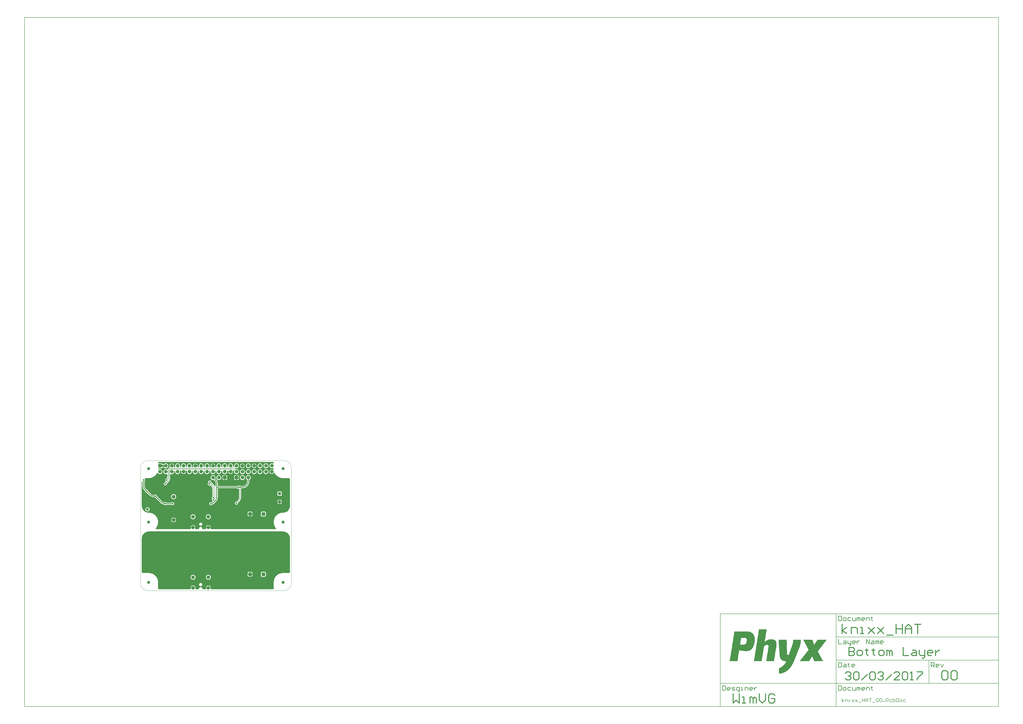
<source format=gbl>
G04 Layer_Physical_Order=2*
G04 Layer_Color=40191*
%FSLAX25Y25*%
%MOIN*%
G70*
G01*
G75*
%ADD10C,0.01968*%
%ADD11C,0.00787*%
%ADD13C,0.01181*%
%ADD36C,0.01575*%
%ADD37C,0.00394*%
%ADD38C,0.00984*%
%ADD39C,0.06000*%
%ADD40C,0.05118*%
G04:AMPARAMS|DCode=41|XSize=62.99mil|YSize=62.99mil|CornerRadius=15.75mil|HoleSize=0mil|Usage=FLASHONLY|Rotation=0.000|XOffset=0mil|YOffset=0mil|HoleType=Round|Shape=RoundedRectangle|*
%AMROUNDEDRECTD41*
21,1,0.06299,0.03150,0,0,0.0*
21,1,0.03150,0.06299,0,0,0.0*
1,1,0.03150,0.01575,-0.01575*
1,1,0.03150,-0.01575,-0.01575*
1,1,0.03150,-0.01575,0.01575*
1,1,0.03150,0.01575,0.01575*
%
%ADD41ROUNDEDRECTD41*%
%ADD42C,0.06299*%
%ADD43C,0.05905*%
%ADD44R,0.05905X0.05905*%
%ADD45C,0.04724*%
G04:AMPARAMS|DCode=46|XSize=49.21mil|YSize=49.21mil|CornerRadius=12.3mil|HoleSize=0mil|Usage=FLASHONLY|Rotation=270.000|XOffset=0mil|YOffset=0mil|HoleType=Round|Shape=RoundedRectangle|*
%AMROUNDEDRECTD46*
21,1,0.04921,0.02461,0,0,270.0*
21,1,0.02461,0.04921,0,0,270.0*
1,1,0.02461,-0.01230,-0.01230*
1,1,0.02461,-0.01230,0.01230*
1,1,0.02461,0.01230,0.01230*
1,1,0.02461,0.01230,-0.01230*
%
%ADD46ROUNDEDRECTD46*%
%ADD47R,0.04921X0.04921*%
%ADD48C,0.02756*%
%ADD49C,0.02953*%
G36*
X225081Y115795D02*
X225651Y115415D01*
X226031Y114845D01*
X226152Y114239D01*
X226139Y114173D01*
Y113586D01*
X225038Y112942D01*
X224033Y113358D01*
X222954Y113500D01*
X221874Y113358D01*
X220869Y112942D01*
X220005Y112279D01*
X219343Y111416D01*
X218926Y110410D01*
X218784Y109331D01*
X218926Y108252D01*
X219343Y107246D01*
X220005Y106382D01*
X220869Y105720D01*
X221874Y105303D01*
X222954Y105161D01*
X224033Y105303D01*
X225038Y105720D01*
X225699Y105333D01*
X226132Y104331D01*
X226020Y103196D01*
X225077Y102684D01*
X224947Y102783D01*
X223986Y103182D01*
X223454Y103252D01*
Y99331D01*
Y95410D01*
X223986Y95480D01*
X224947Y95878D01*
X225773Y96512D01*
X226406Y97337D01*
X226446Y97433D01*
X227724D01*
X227875Y97070D01*
X229186Y94930D01*
X230816Y93021D01*
X232725Y91391D01*
X234865Y90080D01*
X237183Y89119D01*
X239624Y88533D01*
X242126Y88336D01*
Y88343D01*
X242126Y88343D01*
X251969D01*
X252034Y88357D01*
X252640Y88236D01*
X253210Y87855D01*
X253590Y87286D01*
X253711Y86680D01*
X253698Y86614D01*
Y42520D01*
X253698Y41339D01*
X253698D01*
X253635Y40183D01*
X253583Y39524D01*
X253158Y37754D01*
X252462Y36072D01*
X251511Y34520D01*
X250328Y33136D01*
X248944Y31954D01*
X247392Y31003D01*
X245711Y30306D01*
X243941Y29882D01*
X243284Y29830D01*
X242126Y29774D01*
Y29774D01*
X239624Y29577D01*
X237183Y28991D01*
X234865Y28030D01*
X232725Y26719D01*
X230816Y25089D01*
X229186Y23181D01*
X227875Y21041D01*
X226915Y18722D01*
X226329Y16282D01*
X226132Y13780D01*
X226329Y11277D01*
X226915Y8837D01*
X227875Y6518D01*
X229186Y4378D01*
X230236Y3150D01*
X229691Y1969D01*
X119409D01*
X118820Y3150D01*
X119062Y3735D01*
X119134Y4279D01*
X115165D01*
X111197D01*
X111268Y3735D01*
X111511Y3150D01*
X110922Y1969D01*
X105802D01*
X104852Y2915D01*
X104852Y2915D01*
Y3384D01*
X104737Y3961D01*
X104557Y4395D01*
X104231Y4883D01*
X103899Y5215D01*
X103410Y5542D01*
X102976Y5721D01*
X102400Y5836D01*
X102282D01*
X102165Y5859D01*
X102049Y5836D01*
X101930D01*
X101354Y5721D01*
X100920Y5542D01*
X100432Y5215D01*
X100100Y4883D01*
X99773Y4395D01*
X99594Y3961D01*
X99479Y3385D01*
Y2915D01*
X99479Y2915D01*
X98528Y1969D01*
X93409D01*
X92820Y3150D01*
X93062Y3735D01*
X93134Y4279D01*
X89165D01*
X85197D01*
X85268Y3735D01*
X85511Y3150D01*
X84922Y1969D01*
X26214D01*
X25670Y3150D01*
X26719Y4378D01*
X28030Y6518D01*
X28991Y8837D01*
X29577Y11277D01*
X29774Y13780D01*
X29577Y16282D01*
X28991Y18722D01*
X28030Y21041D01*
X26719Y23181D01*
X25089Y25089D01*
X23181Y26719D01*
X21041Y28030D01*
X18722Y28991D01*
X16282Y29577D01*
X13780Y29774D01*
Y29774D01*
X12622Y29830D01*
X11965Y29882D01*
X10195Y30306D01*
X8513Y31003D01*
X6961Y31954D01*
X5577Y33136D01*
X4395Y34520D01*
X3444Y36072D01*
X2747Y37754D01*
X2322Y39524D01*
X2270Y40183D01*
X2208Y41339D01*
X2208Y41339D01*
X2208Y42520D01*
Y82208D01*
X3389Y82815D01*
X3508Y82729D01*
Y79724D01*
Y75599D01*
X3507D01*
X3652Y73752D01*
X4084Y71950D01*
X4794Y70238D01*
X5762Y68659D01*
X6965Y67250D01*
X6965Y67250D01*
X7678Y66364D01*
X7743Y65867D01*
X8001Y65245D01*
X8411Y64710D01*
X8946Y64300D01*
X9568Y64042D01*
X10236Y63954D01*
X10260Y63957D01*
X14691Y59526D01*
X14690Y59525D01*
X16099Y58321D01*
X17679Y57353D01*
X19391Y56644D01*
X21193Y56211D01*
X23040Y56066D01*
X23040Y56066D01*
X23901Y55641D01*
X23906Y55639D01*
X24024Y55590D01*
X24529Y55381D01*
X25197Y55293D01*
X25220Y55296D01*
X33762Y46754D01*
X33761Y46753D01*
X35170Y45549D01*
X36750Y44581D01*
X38462Y43872D01*
X40156Y43465D01*
X40301Y43277D01*
X40835Y42867D01*
X41458Y42609D01*
X42126Y42521D01*
X42794Y42609D01*
X43417Y42867D01*
X43951Y43277D01*
X43966Y43296D01*
X52664D01*
X52679Y43277D01*
X53213Y42867D01*
X53836Y42609D01*
X54504Y42521D01*
X55172Y42609D01*
X55794Y42867D01*
X56329Y43277D01*
X56739Y43812D01*
X56997Y44434D01*
X57085Y45103D01*
X56997Y45771D01*
X56739Y46393D01*
X56329Y46928D01*
X55794Y47338D01*
X55172Y47596D01*
X54504Y47684D01*
X53836Y47596D01*
X53213Y47338D01*
X52679Y46928D01*
X52664Y46909D01*
X43966D01*
X43951Y46927D01*
X43417Y47338D01*
X42794Y47596D01*
X42126Y47684D01*
X41458Y47596D01*
X40835Y47338D01*
X40467Y47055D01*
X38966Y47510D01*
X37545Y48269D01*
X36363Y49239D01*
X36317Y49309D01*
X27775Y57851D01*
X27778Y57874D01*
X27690Y58542D01*
X27432Y59165D01*
X27022Y59699D01*
X26487Y60109D01*
X25865Y60367D01*
X25197Y60455D01*
X24529Y60367D01*
X23906Y60109D01*
X23372Y59699D01*
X23357Y59680D01*
X23040D01*
X22958Y59664D01*
X21437Y59814D01*
X19895Y60282D01*
X18474Y61041D01*
X17292Y62011D01*
X17246Y62080D01*
X12814Y66512D01*
X12817Y66535D01*
X12729Y67203D01*
X12472Y67826D01*
X12061Y68361D01*
X11527Y68771D01*
X10904Y69029D01*
X10236Y69117D01*
X10213Y69113D01*
X9521Y69805D01*
X9452Y69852D01*
X8482Y71034D01*
X7722Y72454D01*
X7255Y73996D01*
X7105Y75517D01*
X7121Y75599D01*
Y79724D01*
Y83790D01*
X7140Y83805D01*
X7550Y84339D01*
X7808Y84962D01*
X7896Y85630D01*
X7808Y86298D01*
X7550Y86920D01*
X7364Y87162D01*
X7707Y88130D01*
X7887Y88343D01*
X13780D01*
X13780Y88343D01*
Y88336D01*
X16282Y88533D01*
X18722Y89119D01*
X21041Y90080D01*
X23181Y91391D01*
X25089Y93021D01*
X26719Y94930D01*
X28030Y97070D01*
X28084Y97198D01*
X29343Y97246D01*
X30005Y96382D01*
X30869Y95720D01*
X31874Y95303D01*
X32954Y95161D01*
X34033Y95303D01*
X35038Y95720D01*
X35902Y96382D01*
X36564Y97246D01*
X36981Y98252D01*
X37123Y99331D01*
X36981Y100410D01*
X36564Y101416D01*
X35902Y102279D01*
X35038Y102942D01*
X34033Y103358D01*
X32954Y103500D01*
X31874Y103358D01*
X31183Y103072D01*
X30246Y103619D01*
X30088Y103792D01*
X30063Y104211D01*
X30977Y105174D01*
X35906D01*
X36367Y105265D01*
X36758Y105526D01*
X37019Y105917D01*
X37110Y106378D01*
Y106650D01*
X39800D01*
X40005Y106382D01*
X40869Y105720D01*
X41874Y105303D01*
X42954Y105161D01*
X44033Y105303D01*
X45038Y105720D01*
X45902Y106382D01*
X46564Y107246D01*
X46981Y108252D01*
X47123Y109331D01*
X46981Y110410D01*
X46564Y111416D01*
X45902Y112279D01*
X45038Y112942D01*
X44033Y113358D01*
X42954Y113500D01*
X41874Y113358D01*
X40869Y112942D01*
X40005Y112279D01*
X39800Y112011D01*
X37110D01*
Y112284D01*
X37019Y112744D01*
X36758Y113135D01*
X36367Y113396D01*
X35906Y113488D01*
X30564D01*
X29842Y114571D01*
X29832Y114634D01*
X29874Y114845D01*
X30255Y115415D01*
X30824Y115795D01*
X31430Y115916D01*
X31496Y115902D01*
X224410D01*
X224475Y115916D01*
X225081Y115795D01*
D02*
G37*
G36*
X239624Y-2018D02*
X242126Y-2215D01*
Y-2215D01*
X243284Y-2271D01*
X243941Y-2322D01*
X245711Y-2747D01*
X247392Y-3444D01*
X248944Y-4395D01*
X250328Y-5577D01*
X251511Y-6961D01*
X252462Y-8513D01*
X253158Y-10195D01*
X253583Y-11965D01*
X253635Y-12624D01*
X253698Y-13780D01*
X253698Y-13780D01*
X253698Y-14961D01*
Y-70998D01*
X253590Y-71538D01*
X253210Y-72107D01*
X252640Y-72488D01*
X252034Y-72609D01*
X251969Y-72595D01*
X242126D01*
X242126Y-72595D01*
Y-72588D01*
X239624Y-72785D01*
X237183Y-73371D01*
X234865Y-74332D01*
X232725Y-75643D01*
X230816Y-77273D01*
X229186Y-79181D01*
X227875Y-81322D01*
X226915Y-83640D01*
X226329Y-86081D01*
X226132Y-88583D01*
X226139D01*
X226139Y-88583D01*
Y-98425D01*
X226152Y-98491D01*
X226031Y-99097D01*
X225651Y-99666D01*
X225081Y-100047D01*
X224541Y-100154D01*
X119790D01*
X119000Y-98973D01*
X119062Y-98824D01*
X119134Y-98280D01*
X115165D01*
X111197D01*
X111268Y-98824D01*
X111330Y-98973D01*
X110541Y-100154D01*
X105915D01*
X104852Y-99448D01*
X104852Y-99448D01*
Y-98978D01*
X104737Y-98402D01*
X104557Y-97967D01*
X104231Y-97479D01*
X103899Y-97147D01*
X103410Y-96821D01*
X102976Y-96641D01*
X102400Y-96526D01*
X102282D01*
X102165Y-96503D01*
X102049Y-96526D01*
X101930D01*
X101354Y-96641D01*
X100920Y-96821D01*
X100432Y-97147D01*
X100100Y-97479D01*
X99773Y-97967D01*
X99594Y-98402D01*
X99479Y-98978D01*
Y-99448D01*
X99479Y-99448D01*
X98415Y-100154D01*
X93790D01*
X93000Y-98973D01*
X93062Y-98824D01*
X93134Y-98280D01*
X89165D01*
X85197D01*
X85268Y-98824D01*
X85330Y-98973D01*
X84541Y-100154D01*
X31496D01*
X31430Y-100168D01*
X30824Y-100047D01*
X30255Y-99666D01*
X29874Y-99097D01*
X29754Y-98491D01*
X29767Y-98425D01*
Y-88583D01*
X29767Y-88583D01*
X29774D01*
X29577Y-86081D01*
X28991Y-83640D01*
X28030Y-81322D01*
X26719Y-79181D01*
X25089Y-77273D01*
X23181Y-75643D01*
X21041Y-74332D01*
X18722Y-73371D01*
X16282Y-72785D01*
X13780Y-72588D01*
Y-72595D01*
X13780Y-72595D01*
X3937D01*
X3871Y-72609D01*
X3265Y-72488D01*
X2696Y-72107D01*
X2315Y-71538D01*
X2195Y-70932D01*
X2208Y-70866D01*
Y-14961D01*
X2208Y-13780D01*
X2208D01*
X2270Y-12624D01*
X2322Y-11965D01*
X2747Y-10195D01*
X3444Y-8513D01*
X4395Y-6961D01*
X5577Y-5577D01*
X6961Y-4395D01*
X8513Y-3444D01*
X10195Y-2747D01*
X11965Y-2322D01*
X12622Y-2271D01*
X13780Y-2215D01*
Y-2215D01*
X16282Y-2018D01*
X16487Y-1969D01*
X239419D01*
X239624Y-2018D01*
D02*
G37*
G36*
X1165172Y-186079D02*
X1164886D01*
Y-186365D01*
X1164599D01*
Y-186652D01*
Y-186938D01*
X1164313D01*
Y-187224D01*
X1164027D01*
Y-187511D01*
X1163740D01*
Y-187797D01*
Y-188083D01*
X1163454D01*
Y-188370D01*
X1163168D01*
Y-188656D01*
X1162881D01*
Y-188942D01*
X1162595D01*
Y-189229D01*
Y-189515D01*
X1162309D01*
Y-189801D01*
X1162022D01*
Y-190088D01*
X1161736D01*
Y-190374D01*
Y-190660D01*
X1161450D01*
Y-190946D01*
X1161163D01*
Y-191233D01*
X1160877D01*
Y-191519D01*
X1160591D01*
Y-191806D01*
Y-192092D01*
X1160305D01*
Y-192378D01*
X1160018D01*
Y-192664D01*
X1159732D01*
Y-192951D01*
Y-193237D01*
X1159445D01*
Y-193523D01*
X1159159D01*
Y-193810D01*
X1158873D01*
Y-194096D01*
Y-194382D01*
X1158587D01*
Y-194669D01*
X1158300D01*
Y-194955D01*
X1158014D01*
Y-195241D01*
X1157728D01*
Y-195528D01*
Y-195814D01*
X1157441D01*
Y-196100D01*
X1157155D01*
Y-196387D01*
X1156869D01*
Y-196673D01*
Y-196959D01*
X1156582D01*
Y-197245D01*
X1156296D01*
Y-197532D01*
X1156010D01*
Y-197818D01*
Y-198104D01*
X1155723D01*
Y-198391D01*
X1155437D01*
Y-198677D01*
X1155151D01*
Y-198963D01*
X1154865D01*
Y-199250D01*
Y-199536D01*
X1154578D01*
Y-199822D01*
X1154292D01*
Y-200109D01*
X1154006D01*
Y-200395D01*
Y-200681D01*
X1153719D01*
Y-200968D01*
X1153433D01*
Y-201254D01*
X1153147D01*
Y-201540D01*
Y-201826D01*
X1152860D01*
Y-202113D01*
X1152574D01*
Y-202399D01*
X1152288D01*
Y-202685D01*
X1152001D01*
Y-202972D01*
Y-203258D01*
X1151715D01*
Y-203544D01*
X1151429D01*
Y-203831D01*
X1151142D01*
Y-204117D01*
Y-204403D01*
X1150856D01*
Y-204690D01*
X1150570D01*
Y-204976D01*
X1150284D01*
Y-205262D01*
X1149997D01*
Y-205549D01*
Y-205835D01*
X1150284D01*
Y-206121D01*
Y-206407D01*
X1150570D01*
Y-206694D01*
Y-206980D01*
X1150856D01*
Y-207266D01*
X1151142D01*
Y-207553D01*
Y-207839D01*
X1151429D01*
Y-208125D01*
Y-208412D01*
X1151715D01*
Y-208698D01*
Y-208984D01*
X1152001D01*
Y-209271D01*
Y-209557D01*
X1152288D01*
Y-209843D01*
Y-210129D01*
X1152574D01*
Y-210416D01*
Y-210702D01*
X1152860D01*
Y-210988D01*
Y-211275D01*
X1153147D01*
Y-211561D01*
Y-211847D01*
X1153433D01*
Y-212134D01*
X1153719D01*
Y-212420D01*
Y-212706D01*
X1154006D01*
Y-212993D01*
Y-213279D01*
X1154292D01*
Y-213565D01*
Y-213851D01*
X1154578D01*
Y-214138D01*
Y-214424D01*
X1154865D01*
Y-214710D01*
Y-214997D01*
X1155151D01*
Y-215283D01*
Y-215569D01*
X1155437D01*
Y-215856D01*
Y-216142D01*
X1155723D01*
Y-216428D01*
X1156010D01*
Y-216715D01*
Y-217001D01*
X1156296D01*
Y-217287D01*
Y-217574D01*
X1156582D01*
Y-217860D01*
Y-218146D01*
X1156869D01*
Y-218433D01*
Y-218719D01*
X1157155D01*
Y-219005D01*
Y-219291D01*
X1157441D01*
Y-219578D01*
Y-219864D01*
X1157728D01*
Y-220150D01*
Y-220437D01*
X1158014D01*
Y-220723D01*
X1158300D01*
Y-221009D01*
Y-221296D01*
X1158587D01*
Y-221582D01*
Y-221868D01*
X1158873D01*
Y-222155D01*
X1143698D01*
Y-221868D01*
X1143412D01*
Y-221582D01*
Y-221296D01*
Y-221009D01*
X1143126D01*
Y-220723D01*
Y-220437D01*
Y-220150D01*
X1142839D01*
Y-219864D01*
Y-219578D01*
X1142553D01*
Y-219291D01*
Y-219005D01*
Y-218719D01*
X1142267D01*
Y-218433D01*
Y-218146D01*
Y-217860D01*
X1141980D01*
Y-217574D01*
Y-217287D01*
X1141694D01*
Y-217001D01*
Y-216715D01*
Y-216428D01*
X1141408D01*
Y-216142D01*
Y-215856D01*
Y-215569D01*
X1141121D01*
Y-215283D01*
Y-214997D01*
Y-214710D01*
X1140835D01*
Y-214424D01*
X1140263D01*
Y-214710D01*
Y-214997D01*
X1139976D01*
Y-215283D01*
X1139690D01*
Y-215569D01*
Y-215856D01*
X1139404D01*
Y-216142D01*
X1139117D01*
Y-216428D01*
Y-216715D01*
X1138831D01*
Y-217001D01*
X1138545D01*
Y-217287D01*
Y-217574D01*
X1138258D01*
Y-217860D01*
X1137972D01*
Y-218146D01*
X1137686D01*
Y-218433D01*
Y-218719D01*
X1137399D01*
Y-219005D01*
X1137113D01*
Y-219291D01*
Y-219578D01*
X1136827D01*
Y-219864D01*
X1136541D01*
Y-220150D01*
Y-220437D01*
X1136254D01*
Y-220723D01*
X1135968D01*
Y-221009D01*
Y-221296D01*
X1135682D01*
Y-221582D01*
X1135395D01*
Y-221868D01*
Y-222155D01*
X1119362D01*
Y-221868D01*
X1119648D01*
Y-221582D01*
X1119934D01*
Y-221296D01*
X1120221D01*
Y-221009D01*
X1120507D01*
Y-220723D01*
Y-220437D01*
X1120793D01*
Y-220150D01*
X1121080D01*
Y-219864D01*
X1121366D01*
Y-219578D01*
X1121652D01*
Y-219291D01*
Y-219005D01*
X1121939D01*
Y-218719D01*
X1122225D01*
Y-218433D01*
X1122511D01*
Y-218146D01*
Y-217860D01*
X1122797D01*
Y-217574D01*
X1123084D01*
Y-217287D01*
X1123370D01*
Y-217001D01*
X1123656D01*
Y-216715D01*
Y-216428D01*
X1123943D01*
Y-216142D01*
X1124229D01*
Y-215856D01*
X1124515D01*
Y-215569D01*
X1124802D01*
Y-215283D01*
Y-214997D01*
X1125088D01*
Y-214710D01*
X1125374D01*
Y-214424D01*
X1125661D01*
Y-214138D01*
Y-213851D01*
X1125947D01*
Y-213565D01*
X1126233D01*
Y-213279D01*
X1126519D01*
Y-212993D01*
X1126806D01*
Y-212706D01*
Y-212420D01*
X1127092D01*
Y-212134D01*
X1127378D01*
Y-211847D01*
X1127665D01*
Y-211561D01*
Y-211275D01*
X1127951D01*
Y-210988D01*
X1128237D01*
Y-210702D01*
X1128524D01*
Y-210416D01*
X1128810D01*
Y-210129D01*
Y-209843D01*
X1129096D01*
Y-209557D01*
X1129383D01*
Y-209271D01*
X1129669D01*
Y-208984D01*
Y-208698D01*
X1129955D01*
Y-208412D01*
X1130242D01*
Y-208125D01*
X1130528D01*
Y-207839D01*
X1130814D01*
Y-207553D01*
Y-207266D01*
X1131100D01*
Y-206980D01*
X1131387D01*
Y-206694D01*
X1131673D01*
Y-206407D01*
X1131960D01*
Y-206121D01*
Y-205835D01*
X1132246D01*
Y-205549D01*
X1132532D01*
Y-205262D01*
X1132818D01*
Y-204976D01*
Y-204690D01*
X1133105D01*
Y-204403D01*
X1133391D01*
Y-204117D01*
X1133677D01*
Y-203831D01*
X1133964D01*
Y-203544D01*
Y-203258D01*
X1134250D01*
Y-202972D01*
Y-202685D01*
Y-202399D01*
X1133964D01*
Y-202113D01*
X1133677D01*
Y-201826D01*
Y-201540D01*
X1133391D01*
Y-201254D01*
Y-200968D01*
X1133105D01*
Y-200681D01*
Y-200395D01*
X1132818D01*
Y-200109D01*
Y-199822D01*
X1132532D01*
Y-199536D01*
Y-199250D01*
X1132246D01*
Y-198963D01*
Y-198677D01*
X1131960D01*
Y-198391D01*
X1131673D01*
Y-198104D01*
Y-197818D01*
X1131387D01*
Y-197532D01*
Y-197245D01*
X1131100D01*
Y-196959D01*
Y-196673D01*
X1130814D01*
Y-196387D01*
Y-196100D01*
X1130528D01*
Y-195814D01*
Y-195528D01*
X1130242D01*
Y-195241D01*
Y-194955D01*
X1129955D01*
Y-194669D01*
X1129669D01*
Y-194382D01*
Y-194096D01*
X1129383D01*
Y-193810D01*
Y-193523D01*
X1129096D01*
Y-193237D01*
Y-192951D01*
X1128810D01*
Y-192664D01*
Y-192378D01*
X1128524D01*
Y-192092D01*
Y-191806D01*
X1128237D01*
Y-191519D01*
Y-191233D01*
X1127951D01*
Y-190946D01*
Y-190660D01*
X1127665D01*
Y-190374D01*
X1127378D01*
Y-190088D01*
Y-189801D01*
X1127092D01*
Y-189515D01*
Y-189229D01*
X1126806D01*
Y-188942D01*
Y-188656D01*
X1126519D01*
Y-188370D01*
Y-188083D01*
X1126233D01*
Y-187797D01*
Y-187511D01*
X1125947D01*
Y-187224D01*
Y-186938D01*
X1125661D01*
Y-186652D01*
X1125374D01*
Y-186365D01*
Y-186079D01*
X1125088D01*
Y-185793D01*
X1140835D01*
Y-186079D01*
X1141121D01*
Y-186365D01*
Y-186652D01*
Y-186938D01*
X1141408D01*
Y-187224D01*
Y-187511D01*
Y-187797D01*
X1141694D01*
Y-188083D01*
Y-188370D01*
Y-188656D01*
X1141980D01*
Y-188942D01*
Y-189229D01*
Y-189515D01*
X1142267D01*
Y-189801D01*
Y-190088D01*
Y-190374D01*
X1142553D01*
Y-190660D01*
Y-190946D01*
Y-191233D01*
X1142839D01*
Y-191519D01*
Y-191806D01*
Y-192092D01*
X1143126D01*
Y-192378D01*
Y-192664D01*
Y-192951D01*
X1143412D01*
Y-193237D01*
Y-193523D01*
Y-193810D01*
Y-194096D01*
X1143985D01*
Y-193810D01*
X1144271D01*
Y-193523D01*
X1144557D01*
Y-193237D01*
Y-192951D01*
X1144844D01*
Y-192664D01*
X1145130D01*
Y-192378D01*
Y-192092D01*
X1145416D01*
Y-191806D01*
X1145702D01*
Y-191519D01*
Y-191233D01*
X1145989D01*
Y-190946D01*
X1146275D01*
Y-190660D01*
Y-190374D01*
X1146561D01*
Y-190088D01*
X1146848D01*
Y-189801D01*
Y-189515D01*
X1147134D01*
Y-189229D01*
X1147420D01*
Y-188942D01*
Y-188656D01*
X1147707D01*
Y-188370D01*
X1147993D01*
Y-188083D01*
Y-187797D01*
X1148279D01*
Y-187511D01*
X1148566D01*
Y-187224D01*
Y-186938D01*
X1148852D01*
Y-186652D01*
X1149138D01*
Y-186365D01*
Y-186079D01*
X1149425D01*
Y-185793D01*
X1165172D01*
Y-186079D01*
D02*
G37*
G36*
X1032036Y-172050D02*
X1033754D01*
Y-172336D01*
X1034613D01*
Y-172623D01*
X1035472D01*
Y-172909D01*
X1036331D01*
Y-173195D01*
X1036904D01*
Y-173481D01*
X1037190D01*
Y-173768D01*
X1037763D01*
Y-174054D01*
X1038049D01*
Y-174340D01*
X1038622D01*
Y-174627D01*
X1038908D01*
Y-174913D01*
X1039194D01*
Y-175199D01*
X1039480D01*
Y-175486D01*
X1039767D01*
Y-175772D01*
X1040053D01*
Y-176058D01*
X1040339D01*
Y-176345D01*
Y-176631D01*
X1040626D01*
Y-176917D01*
X1040912D01*
Y-177204D01*
Y-177490D01*
X1041198D01*
Y-177776D01*
X1041485D01*
Y-178062D01*
Y-178349D01*
X1041771D01*
Y-178635D01*
Y-178921D01*
Y-179208D01*
X1042057D01*
Y-179494D01*
Y-179780D01*
Y-180067D01*
X1042344D01*
Y-180353D01*
Y-180639D01*
Y-180926D01*
Y-181212D01*
X1042630D01*
Y-181498D01*
Y-181784D01*
Y-182071D01*
Y-182357D01*
Y-182643D01*
X1042916D01*
Y-182930D01*
Y-183216D01*
Y-183502D01*
Y-183789D01*
Y-184075D01*
Y-184361D01*
Y-184648D01*
Y-184934D01*
Y-185220D01*
Y-185507D01*
Y-185793D01*
Y-186079D01*
Y-186365D01*
Y-186652D01*
Y-186938D01*
Y-187224D01*
Y-187511D01*
Y-187797D01*
Y-188083D01*
Y-188370D01*
X1042630D01*
Y-188656D01*
Y-188942D01*
Y-189229D01*
Y-189515D01*
Y-189801D01*
Y-190088D01*
Y-190374D01*
X1042344D01*
Y-190660D01*
Y-190946D01*
Y-191233D01*
Y-191519D01*
Y-191806D01*
X1042057D01*
Y-192092D01*
Y-192378D01*
Y-192664D01*
Y-192951D01*
Y-193237D01*
X1041771D01*
Y-193523D01*
Y-193810D01*
Y-194096D01*
X1041485D01*
Y-194382D01*
Y-194669D01*
Y-194955D01*
Y-195241D01*
X1041198D01*
Y-195528D01*
Y-195814D01*
Y-196100D01*
X1040912D01*
Y-196387D01*
Y-196673D01*
X1040626D01*
Y-196959D01*
Y-197245D01*
Y-197532D01*
X1040339D01*
Y-197818D01*
Y-198104D01*
X1040053D01*
Y-198391D01*
Y-198677D01*
X1039767D01*
Y-198963D01*
Y-199250D01*
X1039480D01*
Y-199536D01*
X1039194D01*
Y-199822D01*
Y-200109D01*
X1038908D01*
Y-200395D01*
X1038622D01*
Y-200681D01*
X1038335D01*
Y-200968D01*
Y-201254D01*
X1038049D01*
Y-201540D01*
X1037763D01*
Y-201826D01*
X1037476D01*
Y-202113D01*
X1037190D01*
Y-202399D01*
X1036904D01*
Y-202685D01*
X1036331D01*
Y-202972D01*
X1036045D01*
Y-203258D01*
X1035472D01*
Y-203544D01*
X1035186D01*
Y-203831D01*
X1034613D01*
Y-204117D01*
X1033754D01*
Y-204403D01*
X1032895D01*
Y-204690D01*
X1032036D01*
Y-204976D01*
X1030318D01*
Y-205262D01*
X1025165D01*
Y-204976D01*
X1022588D01*
Y-204690D01*
X1020584D01*
Y-204403D01*
X1019152D01*
Y-204117D01*
X1017721D01*
Y-203831D01*
X1016289D01*
Y-204117D01*
Y-204403D01*
Y-204690D01*
Y-204976D01*
Y-205262D01*
Y-205549D01*
Y-205835D01*
X1016003D01*
Y-206121D01*
Y-206407D01*
Y-206694D01*
Y-206980D01*
Y-207266D01*
Y-207553D01*
X1015716D01*
Y-207839D01*
Y-208125D01*
Y-208412D01*
Y-208698D01*
Y-208984D01*
Y-209271D01*
X1015430D01*
Y-209557D01*
Y-209843D01*
Y-210129D01*
Y-210416D01*
Y-210702D01*
Y-210988D01*
Y-211275D01*
X1015144D01*
Y-211561D01*
Y-211847D01*
Y-212134D01*
Y-212420D01*
Y-212706D01*
Y-212993D01*
X1014857D01*
Y-213279D01*
Y-213565D01*
Y-213851D01*
Y-214138D01*
Y-214424D01*
Y-214710D01*
X1014571D01*
Y-214997D01*
Y-215283D01*
Y-215569D01*
Y-215856D01*
Y-216142D01*
Y-216428D01*
Y-216715D01*
X1014285D01*
Y-217001D01*
Y-217287D01*
Y-217574D01*
Y-217860D01*
Y-218146D01*
Y-218433D01*
X1013999D01*
Y-218719D01*
Y-219005D01*
Y-219291D01*
Y-219578D01*
Y-219864D01*
Y-220150D01*
X1013712D01*
Y-220437D01*
Y-220723D01*
Y-221009D01*
Y-221296D01*
Y-221582D01*
Y-221868D01*
Y-222155D01*
X1000256D01*
Y-221868D01*
X1000542D01*
Y-221582D01*
Y-221296D01*
Y-221009D01*
Y-220723D01*
Y-220437D01*
X1000828D01*
Y-220150D01*
Y-219864D01*
Y-219578D01*
Y-219291D01*
Y-219005D01*
Y-218719D01*
Y-218433D01*
X1001114D01*
Y-218146D01*
Y-217860D01*
Y-217574D01*
Y-217287D01*
Y-217001D01*
Y-216715D01*
X1001401D01*
Y-216428D01*
Y-216142D01*
Y-215856D01*
Y-215569D01*
Y-215283D01*
Y-214997D01*
X1001687D01*
Y-214710D01*
Y-214424D01*
Y-214138D01*
Y-213851D01*
Y-213565D01*
Y-213279D01*
Y-212993D01*
X1001974D01*
Y-212706D01*
Y-212420D01*
Y-212134D01*
Y-211847D01*
Y-211561D01*
Y-211275D01*
X1002260D01*
Y-210988D01*
Y-210702D01*
Y-210416D01*
Y-210129D01*
Y-209843D01*
Y-209557D01*
X1002546D01*
Y-209271D01*
Y-208984D01*
Y-208698D01*
Y-208412D01*
Y-208125D01*
Y-207839D01*
X1002832D01*
Y-207553D01*
Y-207266D01*
Y-206980D01*
Y-206694D01*
Y-206407D01*
Y-206121D01*
Y-205835D01*
X1003119D01*
Y-205549D01*
Y-205262D01*
Y-204976D01*
Y-204690D01*
Y-204403D01*
Y-204117D01*
X1003405D01*
Y-203831D01*
Y-203544D01*
Y-203258D01*
Y-202972D01*
Y-202685D01*
Y-202399D01*
X1003691D01*
Y-202113D01*
Y-201826D01*
Y-201540D01*
Y-201254D01*
Y-200968D01*
Y-200681D01*
X1003978D01*
Y-200395D01*
Y-200109D01*
Y-199822D01*
Y-199536D01*
Y-199250D01*
Y-198963D01*
Y-198677D01*
X1004264D01*
Y-198391D01*
Y-198104D01*
Y-197818D01*
Y-197532D01*
Y-197245D01*
Y-196959D01*
X1004550D01*
Y-196673D01*
Y-196387D01*
Y-196100D01*
Y-195814D01*
Y-195528D01*
Y-195241D01*
X1004837D01*
Y-194955D01*
Y-194669D01*
Y-194382D01*
Y-194096D01*
Y-193810D01*
Y-193523D01*
Y-193237D01*
X1005123D01*
Y-192951D01*
Y-192664D01*
Y-192378D01*
Y-192092D01*
Y-191806D01*
Y-191519D01*
X1005409D01*
Y-191233D01*
Y-190946D01*
Y-190660D01*
Y-190374D01*
Y-190088D01*
Y-189801D01*
X1005696D01*
Y-189515D01*
Y-189229D01*
Y-188942D01*
Y-188656D01*
Y-188370D01*
Y-188083D01*
X1005982D01*
Y-187797D01*
Y-187511D01*
Y-187224D01*
Y-186938D01*
Y-186652D01*
Y-186365D01*
Y-186079D01*
X1006268D01*
Y-185793D01*
Y-185507D01*
Y-185220D01*
Y-184934D01*
Y-184648D01*
Y-184361D01*
X1006555D01*
Y-184075D01*
Y-183789D01*
Y-183502D01*
Y-183216D01*
Y-182930D01*
Y-182643D01*
X1006841D01*
Y-182357D01*
Y-182071D01*
Y-181784D01*
Y-181498D01*
Y-181212D01*
Y-180926D01*
Y-180639D01*
X1007127D01*
Y-180353D01*
Y-180067D01*
Y-179780D01*
Y-179494D01*
Y-179208D01*
Y-178921D01*
X1007413D01*
Y-178635D01*
Y-178349D01*
Y-178062D01*
Y-177776D01*
Y-177490D01*
Y-177204D01*
X1007700D01*
Y-176917D01*
Y-176631D01*
Y-176345D01*
Y-176058D01*
Y-175772D01*
Y-175486D01*
Y-175199D01*
X1007986D01*
Y-174913D01*
Y-174627D01*
Y-174340D01*
Y-174054D01*
Y-173768D01*
Y-173481D01*
X1008272D01*
Y-173195D01*
Y-172909D01*
Y-172623D01*
Y-172336D01*
Y-172050D01*
Y-171764D01*
X1032036D01*
Y-172050D01*
D02*
G37*
G36*
X1121080Y-186079D02*
Y-186365D01*
Y-186652D01*
Y-186938D01*
Y-187224D01*
Y-187511D01*
Y-187797D01*
Y-188083D01*
Y-188370D01*
Y-188656D01*
Y-188942D01*
Y-189229D01*
Y-189515D01*
Y-189801D01*
Y-190088D01*
Y-190374D01*
Y-190660D01*
Y-190946D01*
Y-191233D01*
Y-191519D01*
Y-191806D01*
X1120793D01*
Y-192092D01*
Y-192378D01*
Y-192664D01*
Y-192951D01*
Y-193237D01*
X1120507D01*
Y-193523D01*
Y-193810D01*
Y-194096D01*
Y-194382D01*
X1120221D01*
Y-194669D01*
Y-194955D01*
Y-195241D01*
Y-195528D01*
X1119934D01*
Y-195814D01*
Y-196100D01*
Y-196387D01*
X1119648D01*
Y-196673D01*
Y-196959D01*
Y-197245D01*
X1119362D01*
Y-197532D01*
Y-197818D01*
Y-198104D01*
X1119075D01*
Y-198391D01*
Y-198677D01*
Y-198963D01*
X1118789D01*
Y-199250D01*
Y-199536D01*
X1118503D01*
Y-199822D01*
Y-200109D01*
X1118217D01*
Y-200395D01*
Y-200681D01*
Y-200968D01*
X1117930D01*
Y-201254D01*
Y-201540D01*
X1117644D01*
Y-201826D01*
Y-202113D01*
Y-202399D01*
X1117358D01*
Y-202685D01*
Y-202972D01*
X1117071D01*
Y-203258D01*
Y-203544D01*
Y-203831D01*
X1116785D01*
Y-204117D01*
Y-204403D01*
X1116499D01*
Y-204690D01*
Y-204976D01*
Y-205262D01*
X1116212D01*
Y-205549D01*
Y-205835D01*
X1115926D01*
Y-206121D01*
Y-206407D01*
Y-206694D01*
X1115640D01*
Y-206980D01*
Y-207266D01*
X1115353D01*
Y-207553D01*
Y-207839D01*
Y-208125D01*
X1115067D01*
Y-208412D01*
Y-208698D01*
X1114781D01*
Y-208984D01*
Y-209271D01*
Y-209557D01*
X1114494D01*
Y-209843D01*
Y-210129D01*
X1114208D01*
Y-210416D01*
Y-210702D01*
Y-210988D01*
X1113922D01*
Y-211275D01*
Y-211561D01*
X1113636D01*
Y-211847D01*
Y-212134D01*
Y-212420D01*
X1113349D01*
Y-212706D01*
Y-212993D01*
X1113063D01*
Y-213279D01*
Y-213565D01*
Y-213851D01*
X1112776D01*
Y-214138D01*
Y-214424D01*
X1112490D01*
Y-214710D01*
Y-214997D01*
Y-215283D01*
X1112204D01*
Y-215569D01*
Y-215856D01*
X1111918D01*
Y-216142D01*
Y-216428D01*
Y-216715D01*
X1111631D01*
Y-217001D01*
Y-217287D01*
X1111345D01*
Y-217574D01*
Y-217860D01*
Y-218146D01*
X1111059D01*
Y-218433D01*
Y-218719D01*
X1110772D01*
Y-219005D01*
Y-219291D01*
Y-219578D01*
X1110486D01*
Y-219864D01*
Y-220150D01*
X1110200D01*
Y-220437D01*
Y-220723D01*
Y-221009D01*
X1109913D01*
Y-221296D01*
Y-221582D01*
X1109627D01*
Y-221868D01*
Y-222155D01*
Y-222441D01*
X1109341D01*
Y-222727D01*
Y-223014D01*
X1109054D01*
Y-223300D01*
Y-223586D01*
X1108768D01*
Y-223872D01*
Y-224159D01*
X1108482D01*
Y-224445D01*
Y-224731D01*
Y-225018D01*
X1108195D01*
Y-225304D01*
X1107909D01*
Y-225590D01*
Y-225877D01*
Y-226163D01*
X1107623D01*
Y-226449D01*
X1107337D01*
Y-226736D01*
Y-227022D01*
X1107050D01*
Y-227308D01*
Y-227595D01*
X1106764D01*
Y-227881D01*
Y-228167D01*
X1106478D01*
Y-228453D01*
Y-228740D01*
X1106191D01*
Y-229026D01*
X1105905D01*
Y-229312D01*
Y-229599D01*
X1105619D01*
Y-229885D01*
Y-230171D01*
X1105332D01*
Y-230458D01*
X1105046D01*
Y-230744D01*
X1104760D01*
Y-231030D01*
Y-231317D01*
X1104473D01*
Y-231603D01*
X1104187D01*
Y-231889D01*
Y-232176D01*
X1103901D01*
Y-232462D01*
X1103615D01*
Y-232748D01*
X1103328D01*
Y-233034D01*
Y-233321D01*
X1103042D01*
Y-233607D01*
X1102756D01*
Y-233893D01*
X1102469D01*
Y-234180D01*
X1102183D01*
Y-234466D01*
X1101897D01*
Y-234752D01*
Y-235039D01*
X1101610D01*
Y-235325D01*
X1101324D01*
Y-235611D01*
X1101038D01*
Y-235898D01*
X1100751D01*
Y-236184D01*
X1100465D01*
Y-236470D01*
X1100179D01*
Y-236757D01*
X1099892D01*
Y-237043D01*
X1099320D01*
Y-237329D01*
X1099034D01*
Y-237615D01*
X1098747D01*
Y-237902D01*
X1098461D01*
Y-238188D01*
X1098175D01*
Y-238474D01*
X1097602D01*
Y-238761D01*
X1097316D01*
Y-239047D01*
X1096743D01*
Y-239333D01*
X1096457D01*
Y-239620D01*
X1095884D01*
Y-239906D01*
X1095598D01*
Y-240192D01*
X1095025D01*
Y-240479D01*
X1094452D01*
Y-240765D01*
X1093880D01*
Y-241051D01*
X1093307D01*
Y-241338D01*
X1092735D01*
Y-241624D01*
X1091876D01*
Y-241910D01*
X1091303D01*
Y-242196D01*
X1090444D01*
Y-242483D01*
X1089299D01*
Y-242769D01*
X1088154D01*
Y-243056D01*
X1086436D01*
Y-243342D01*
X1084432D01*
Y-243628D01*
X1084145D01*
Y-243342D01*
Y-243056D01*
Y-242769D01*
Y-242483D01*
Y-242196D01*
Y-241910D01*
Y-241624D01*
Y-241338D01*
Y-241051D01*
Y-240765D01*
Y-240479D01*
Y-240192D01*
Y-239906D01*
Y-239620D01*
Y-239333D01*
Y-239047D01*
Y-238761D01*
Y-238474D01*
Y-238188D01*
Y-237902D01*
Y-237615D01*
Y-237329D01*
Y-237043D01*
Y-236757D01*
Y-236470D01*
Y-236184D01*
Y-235898D01*
Y-235611D01*
Y-235325D01*
Y-235039D01*
Y-234752D01*
Y-234466D01*
Y-234180D01*
X1084718D01*
Y-233893D01*
X1085291D01*
Y-233607D01*
X1085863D01*
Y-233321D01*
X1086436D01*
Y-233034D01*
X1087008D01*
Y-232748D01*
X1087581D01*
Y-232462D01*
X1087867D01*
Y-232176D01*
X1088440D01*
Y-231889D01*
X1088726D01*
Y-231603D01*
X1089299D01*
Y-231317D01*
X1089585D01*
Y-231030D01*
X1089872D01*
Y-230744D01*
X1090444D01*
Y-230458D01*
X1090730D01*
Y-230171D01*
X1091017D01*
Y-229885D01*
X1091303D01*
Y-229599D01*
X1091589D01*
Y-229312D01*
X1091876D01*
Y-229026D01*
X1092162D01*
Y-228740D01*
X1092448D01*
Y-228453D01*
X1092735D01*
Y-228167D01*
X1093021D01*
Y-227881D01*
X1093307D01*
Y-227595D01*
X1093594D01*
Y-227308D01*
Y-227022D01*
X1093880D01*
Y-226736D01*
X1094166D01*
Y-226449D01*
X1094452D01*
Y-226163D01*
Y-225877D01*
X1094739D01*
Y-225590D01*
X1095025D01*
Y-225304D01*
Y-225018D01*
X1095311D01*
Y-224731D01*
Y-224445D01*
X1095598D01*
Y-224159D01*
X1095884D01*
Y-223872D01*
Y-223586D01*
X1096170D01*
Y-223300D01*
Y-223014D01*
X1096457D01*
Y-222727D01*
Y-222441D01*
X1094739D01*
Y-222155D01*
X1092735D01*
Y-221868D01*
X1091589D01*
Y-221582D01*
X1091017D01*
Y-221296D01*
X1090158D01*
Y-221009D01*
X1089585D01*
Y-220723D01*
X1089299D01*
Y-220437D01*
X1088726D01*
Y-220150D01*
X1088440D01*
Y-219864D01*
X1088154D01*
Y-219578D01*
X1087867D01*
Y-219291D01*
X1087581D01*
Y-219005D01*
X1087295D01*
Y-218719D01*
Y-218433D01*
X1087008D01*
Y-218146D01*
X1086722D01*
Y-217860D01*
Y-217574D01*
X1086436D01*
Y-217287D01*
Y-217001D01*
X1086149D01*
Y-216715D01*
Y-216428D01*
X1085863D01*
Y-216142D01*
Y-215856D01*
Y-215569D01*
X1085577D01*
Y-215283D01*
Y-214997D01*
Y-214710D01*
Y-214424D01*
X1085291D01*
Y-214138D01*
Y-213851D01*
Y-213565D01*
Y-213279D01*
Y-212993D01*
Y-212706D01*
Y-212420D01*
X1085004D01*
Y-212134D01*
Y-211847D01*
Y-211561D01*
Y-211275D01*
Y-210988D01*
Y-210702D01*
Y-210416D01*
Y-210129D01*
Y-209843D01*
Y-209557D01*
Y-209271D01*
Y-208984D01*
Y-208698D01*
Y-208412D01*
Y-208125D01*
X1084718D01*
Y-207839D01*
Y-207553D01*
Y-207266D01*
Y-206980D01*
Y-206694D01*
Y-206407D01*
Y-206121D01*
Y-205835D01*
Y-205549D01*
Y-205262D01*
Y-204976D01*
Y-204690D01*
Y-204403D01*
Y-204117D01*
Y-203831D01*
X1084432D01*
Y-203544D01*
Y-203258D01*
Y-202972D01*
Y-202685D01*
Y-202399D01*
Y-202113D01*
Y-201826D01*
Y-201540D01*
Y-201254D01*
Y-200968D01*
Y-200681D01*
Y-200395D01*
Y-200109D01*
Y-199822D01*
Y-199536D01*
Y-199250D01*
X1084145D01*
Y-198963D01*
Y-198677D01*
Y-198391D01*
Y-198104D01*
Y-197818D01*
Y-197532D01*
Y-197245D01*
Y-196959D01*
Y-196673D01*
Y-196387D01*
Y-196100D01*
Y-195814D01*
Y-195528D01*
Y-195241D01*
Y-194955D01*
Y-194669D01*
X1083859D01*
Y-194382D01*
Y-194096D01*
Y-193810D01*
Y-193523D01*
Y-193237D01*
Y-192951D01*
Y-192664D01*
Y-192378D01*
Y-192092D01*
Y-191806D01*
Y-191519D01*
Y-191233D01*
Y-190946D01*
Y-190660D01*
X1083573D01*
Y-190374D01*
Y-190088D01*
Y-189801D01*
Y-189515D01*
Y-189229D01*
Y-188942D01*
Y-188656D01*
Y-188370D01*
Y-188083D01*
Y-187797D01*
Y-187511D01*
Y-187224D01*
Y-186938D01*
Y-186652D01*
Y-186365D01*
Y-186079D01*
X1083286D01*
Y-185793D01*
X1097029D01*
Y-186079D01*
Y-186365D01*
Y-186652D01*
Y-186938D01*
Y-187224D01*
Y-187511D01*
Y-187797D01*
Y-188083D01*
Y-188370D01*
Y-188656D01*
Y-188942D01*
Y-189229D01*
Y-189515D01*
Y-189801D01*
X1097316D01*
Y-190088D01*
Y-190374D01*
Y-190660D01*
Y-190946D01*
Y-191233D01*
Y-191519D01*
Y-191806D01*
Y-192092D01*
Y-192378D01*
Y-192664D01*
Y-192951D01*
Y-193237D01*
Y-193523D01*
Y-193810D01*
Y-194096D01*
Y-194382D01*
Y-194669D01*
Y-194955D01*
Y-195241D01*
Y-195528D01*
Y-195814D01*
Y-196100D01*
Y-196387D01*
Y-196673D01*
Y-196959D01*
Y-197245D01*
Y-197532D01*
Y-197818D01*
Y-198104D01*
Y-198391D01*
Y-198677D01*
Y-198963D01*
Y-199250D01*
Y-199536D01*
Y-199822D01*
Y-200109D01*
Y-200395D01*
Y-200681D01*
Y-200968D01*
Y-201254D01*
Y-201540D01*
X1097602D01*
Y-201826D01*
X1097316D01*
Y-202113D01*
Y-202399D01*
X1097602D01*
Y-202685D01*
Y-202972D01*
Y-203258D01*
Y-203544D01*
Y-203831D01*
Y-204117D01*
Y-204403D01*
Y-204690D01*
Y-204976D01*
Y-205262D01*
Y-205549D01*
Y-205835D01*
Y-206121D01*
Y-206407D01*
Y-206694D01*
Y-206980D01*
Y-207266D01*
Y-207553D01*
Y-207839D01*
Y-208125D01*
Y-208412D01*
Y-208698D01*
Y-208984D01*
Y-209271D01*
Y-209557D01*
Y-209843D01*
X1097888D01*
Y-210129D01*
Y-210416D01*
Y-210702D01*
X1098175D01*
Y-210988D01*
X1098461D01*
Y-211275D01*
X1098747D01*
Y-211561D01*
X1099606D01*
Y-211847D01*
X1100465D01*
Y-211561D01*
X1100751D01*
Y-211275D01*
Y-210988D01*
Y-210702D01*
X1101038D01*
Y-210416D01*
Y-210129D01*
X1101324D01*
Y-209843D01*
Y-209557D01*
Y-209271D01*
X1101610D01*
Y-208984D01*
Y-208698D01*
Y-208412D01*
X1101897D01*
Y-208125D01*
Y-207839D01*
Y-207553D01*
X1102183D01*
Y-207266D01*
Y-206980D01*
Y-206694D01*
X1102469D01*
Y-206407D01*
Y-206121D01*
X1102756D01*
Y-205835D01*
Y-205549D01*
Y-205262D01*
X1103042D01*
Y-204976D01*
Y-204690D01*
Y-204403D01*
X1103328D01*
Y-204117D01*
Y-203831D01*
Y-203544D01*
X1103615D01*
Y-203258D01*
Y-202972D01*
X1103901D01*
Y-202685D01*
Y-202399D01*
Y-202113D01*
X1104187D01*
Y-201826D01*
Y-201540D01*
Y-201254D01*
X1104473D01*
Y-200968D01*
Y-200681D01*
Y-200395D01*
X1104760D01*
Y-200109D01*
Y-199822D01*
X1105046D01*
Y-199536D01*
Y-199250D01*
Y-198963D01*
X1105332D01*
Y-198677D01*
Y-198391D01*
Y-198104D01*
X1105619D01*
Y-197818D01*
Y-197532D01*
Y-197245D01*
X1105905D01*
Y-196959D01*
Y-196673D01*
X1106191D01*
Y-196387D01*
Y-196100D01*
Y-195814D01*
X1106478D01*
Y-195528D01*
Y-195241D01*
Y-194955D01*
X1106764D01*
Y-194669D01*
Y-194382D01*
Y-194096D01*
X1107050D01*
Y-193810D01*
Y-193523D01*
Y-193237D01*
Y-192951D01*
X1107337D01*
Y-192664D01*
Y-192378D01*
Y-192092D01*
Y-191806D01*
X1107623D01*
Y-191519D01*
Y-191233D01*
Y-190946D01*
Y-190660D01*
Y-190374D01*
X1107909D01*
Y-190088D01*
Y-189801D01*
Y-189515D01*
Y-189229D01*
Y-188942D01*
Y-188656D01*
X1108195D01*
Y-188370D01*
Y-188083D01*
Y-187797D01*
Y-187511D01*
Y-187224D01*
Y-186938D01*
Y-186652D01*
Y-186365D01*
Y-186079D01*
Y-185793D01*
X1121080D01*
Y-186079D01*
D02*
G37*
G36*
X1063244Y-168614D02*
Y-168900D01*
X1062958D01*
Y-169187D01*
Y-169473D01*
Y-169759D01*
Y-170046D01*
Y-170332D01*
Y-170618D01*
X1062672D01*
Y-170905D01*
Y-171191D01*
Y-171477D01*
Y-171764D01*
Y-172050D01*
Y-172336D01*
X1062385D01*
Y-172623D01*
Y-172909D01*
Y-173195D01*
Y-173481D01*
Y-173768D01*
Y-174054D01*
Y-174340D01*
X1062099D01*
Y-174627D01*
Y-174913D01*
Y-175199D01*
Y-175486D01*
Y-175772D01*
Y-176058D01*
X1061813D01*
Y-176345D01*
Y-176631D01*
Y-176917D01*
Y-177204D01*
Y-177490D01*
Y-177776D01*
X1061526D01*
Y-178062D01*
Y-178349D01*
Y-178635D01*
Y-178921D01*
Y-179208D01*
Y-179494D01*
Y-179780D01*
X1061240D01*
Y-180067D01*
Y-180353D01*
Y-180639D01*
Y-180926D01*
Y-181212D01*
Y-181498D01*
X1060954D01*
Y-181784D01*
Y-182071D01*
Y-182357D01*
Y-182643D01*
Y-182930D01*
Y-183216D01*
X1060668D01*
Y-183502D01*
Y-183789D01*
Y-184075D01*
Y-184361D01*
Y-184648D01*
Y-184934D01*
X1060381D01*
Y-185220D01*
Y-185507D01*
Y-185793D01*
Y-186079D01*
Y-186365D01*
Y-186652D01*
Y-186938D01*
X1060095D01*
Y-187224D01*
Y-187511D01*
Y-187797D01*
Y-188083D01*
Y-188370D01*
Y-188656D01*
X1059809D01*
Y-188942D01*
Y-189229D01*
X1060381D01*
Y-188942D01*
X1060668D01*
Y-188656D01*
X1060954D01*
Y-188370D01*
X1061526D01*
Y-188083D01*
X1061813D01*
Y-187797D01*
X1062099D01*
Y-187511D01*
X1062672D01*
Y-187224D01*
X1063244D01*
Y-186938D01*
X1063531D01*
Y-186652D01*
X1064103D01*
Y-186365D01*
X1064962D01*
Y-186079D01*
X1065535D01*
Y-185793D01*
X1066394D01*
Y-185507D01*
X1067825D01*
Y-185220D01*
X1074124D01*
Y-185507D01*
X1075270D01*
Y-185793D01*
X1076128D01*
Y-186079D01*
X1076701D01*
Y-186365D01*
X1076987D01*
Y-186652D01*
X1077560D01*
Y-186938D01*
X1077846D01*
Y-187224D01*
X1078133D01*
Y-187511D01*
X1078419D01*
Y-187797D01*
X1078705D01*
Y-188083D01*
Y-188370D01*
X1078992D01*
Y-188656D01*
Y-188942D01*
X1079278D01*
Y-189229D01*
Y-189515D01*
Y-189801D01*
X1079564D01*
Y-190088D01*
Y-190374D01*
Y-190660D01*
Y-190946D01*
X1079850D01*
Y-191233D01*
Y-191519D01*
Y-191806D01*
Y-192092D01*
Y-192378D01*
Y-192664D01*
Y-192951D01*
Y-193237D01*
Y-193523D01*
Y-193810D01*
Y-194096D01*
Y-194382D01*
Y-194669D01*
Y-194955D01*
Y-195241D01*
Y-195528D01*
Y-195814D01*
Y-196100D01*
X1079564D01*
Y-196387D01*
Y-196673D01*
Y-196959D01*
Y-197245D01*
Y-197532D01*
Y-197818D01*
Y-198104D01*
X1079278D01*
Y-198391D01*
Y-198677D01*
Y-198963D01*
Y-199250D01*
Y-199536D01*
Y-199822D01*
Y-200109D01*
X1078992D01*
Y-200395D01*
Y-200681D01*
Y-200968D01*
Y-201254D01*
Y-201540D01*
Y-201826D01*
X1078705D01*
Y-202113D01*
Y-202399D01*
Y-202685D01*
Y-202972D01*
Y-203258D01*
Y-203544D01*
X1078419D01*
Y-203831D01*
Y-204117D01*
Y-204403D01*
Y-204690D01*
Y-204976D01*
Y-205262D01*
X1078133D01*
Y-205549D01*
Y-205835D01*
Y-206121D01*
Y-206407D01*
Y-206694D01*
Y-206980D01*
Y-207266D01*
X1077846D01*
Y-207553D01*
Y-207839D01*
Y-208125D01*
Y-208412D01*
Y-208698D01*
Y-208984D01*
X1077560D01*
Y-209271D01*
Y-209557D01*
Y-209843D01*
Y-210129D01*
Y-210416D01*
Y-210702D01*
X1077274D01*
Y-210988D01*
Y-211275D01*
Y-211561D01*
Y-211847D01*
Y-212134D01*
Y-212420D01*
Y-212706D01*
X1076987D01*
Y-212993D01*
Y-213279D01*
Y-213565D01*
Y-213851D01*
Y-214138D01*
Y-214424D01*
X1076701D01*
Y-214710D01*
Y-214997D01*
Y-215283D01*
Y-215569D01*
Y-215856D01*
Y-216142D01*
X1076415D01*
Y-216428D01*
Y-216715D01*
Y-217001D01*
Y-217287D01*
Y-217574D01*
Y-217860D01*
X1076128D01*
Y-218146D01*
Y-218433D01*
Y-218719D01*
Y-219005D01*
Y-219291D01*
Y-219578D01*
Y-219864D01*
X1075842D01*
Y-220150D01*
Y-220437D01*
Y-220723D01*
Y-221009D01*
Y-221296D01*
Y-221582D01*
X1075556D01*
Y-221868D01*
Y-222155D01*
X1062385D01*
Y-221868D01*
Y-221582D01*
X1062672D01*
Y-221296D01*
Y-221009D01*
Y-220723D01*
Y-220437D01*
Y-220150D01*
Y-219864D01*
X1062958D01*
Y-219578D01*
Y-219291D01*
Y-219005D01*
Y-218719D01*
Y-218433D01*
Y-218146D01*
Y-217860D01*
X1063244D01*
Y-217574D01*
Y-217287D01*
Y-217001D01*
Y-216715D01*
Y-216428D01*
Y-216142D01*
X1063531D01*
Y-215856D01*
Y-215569D01*
Y-215283D01*
Y-214997D01*
Y-214710D01*
Y-214424D01*
X1063817D01*
Y-214138D01*
Y-213851D01*
Y-213565D01*
Y-213279D01*
Y-212993D01*
Y-212706D01*
Y-212420D01*
X1064103D01*
Y-212134D01*
Y-211847D01*
Y-211561D01*
Y-211275D01*
Y-210988D01*
Y-210702D01*
X1064390D01*
Y-210416D01*
Y-210129D01*
Y-209843D01*
Y-209557D01*
Y-209271D01*
Y-208984D01*
Y-208698D01*
X1064676D01*
Y-208412D01*
Y-208125D01*
Y-207839D01*
Y-207553D01*
Y-207266D01*
Y-206980D01*
X1064962D01*
Y-206694D01*
Y-206407D01*
Y-206121D01*
Y-205835D01*
Y-205549D01*
Y-205262D01*
X1065249D01*
Y-204976D01*
Y-204690D01*
Y-204403D01*
Y-204117D01*
Y-203831D01*
Y-203544D01*
X1065535D01*
Y-203258D01*
Y-202972D01*
Y-202685D01*
Y-202399D01*
Y-202113D01*
Y-201826D01*
Y-201540D01*
X1065821D01*
Y-201254D01*
Y-200968D01*
Y-200681D01*
Y-200395D01*
Y-200109D01*
Y-199822D01*
X1066107D01*
Y-199536D01*
Y-199250D01*
Y-198963D01*
Y-198677D01*
Y-198391D01*
Y-198104D01*
Y-197818D01*
X1066394D01*
Y-197532D01*
Y-197245D01*
Y-196959D01*
Y-196673D01*
Y-196387D01*
Y-196100D01*
X1066107D01*
Y-195814D01*
Y-195528D01*
X1065821D01*
Y-195241D01*
X1065535D01*
Y-194955D01*
X1064962D01*
Y-194669D01*
X1063244D01*
Y-194955D01*
X1061813D01*
Y-195241D01*
X1060954D01*
Y-195528D01*
X1060381D01*
Y-195814D01*
X1060095D01*
Y-196100D01*
X1059522D01*
Y-196387D01*
X1059236D01*
Y-196673D01*
X1058950D01*
Y-196959D01*
Y-197245D01*
X1058663D01*
Y-197532D01*
Y-197818D01*
Y-198104D01*
X1058377D01*
Y-198391D01*
Y-198677D01*
Y-198963D01*
Y-199250D01*
Y-199536D01*
Y-199822D01*
X1058091D01*
Y-200109D01*
Y-200395D01*
Y-200681D01*
Y-200968D01*
Y-201254D01*
Y-201540D01*
Y-201826D01*
X1057804D01*
Y-202113D01*
Y-202399D01*
Y-202685D01*
Y-202972D01*
Y-203258D01*
Y-203544D01*
X1057518D01*
Y-203831D01*
Y-204117D01*
Y-204403D01*
Y-204690D01*
Y-204976D01*
Y-205262D01*
X1057232D01*
Y-205549D01*
Y-205835D01*
Y-206121D01*
Y-206407D01*
Y-206694D01*
Y-206980D01*
X1056946D01*
Y-207266D01*
Y-207553D01*
Y-207839D01*
Y-208125D01*
Y-208412D01*
Y-208698D01*
Y-208984D01*
X1056659D01*
Y-209271D01*
Y-209557D01*
Y-209843D01*
Y-210129D01*
Y-210416D01*
Y-210702D01*
X1056373D01*
Y-210988D01*
Y-211275D01*
Y-211561D01*
Y-211847D01*
Y-212134D01*
Y-212420D01*
X1056087D01*
Y-212706D01*
Y-212993D01*
Y-213279D01*
Y-213565D01*
Y-213851D01*
Y-214138D01*
Y-214424D01*
X1055800D01*
Y-214710D01*
Y-214997D01*
Y-215283D01*
Y-215569D01*
Y-215856D01*
Y-216142D01*
X1055514D01*
Y-216428D01*
Y-216715D01*
Y-217001D01*
Y-217287D01*
Y-217574D01*
Y-217860D01*
X1055228D01*
Y-218146D01*
Y-218433D01*
Y-218719D01*
Y-219005D01*
Y-219291D01*
Y-219578D01*
X1054941D01*
Y-219864D01*
Y-220150D01*
Y-220437D01*
Y-220723D01*
Y-221009D01*
Y-221296D01*
Y-221582D01*
X1054655D01*
Y-221868D01*
Y-222155D01*
X1041485D01*
Y-221868D01*
Y-221582D01*
X1041771D01*
Y-221296D01*
Y-221009D01*
Y-220723D01*
Y-220437D01*
Y-220150D01*
Y-219864D01*
Y-219578D01*
X1042057D01*
Y-219291D01*
Y-219005D01*
Y-218719D01*
Y-218433D01*
Y-218146D01*
Y-217860D01*
X1042344D01*
Y-217574D01*
Y-217287D01*
Y-217001D01*
Y-216715D01*
Y-216428D01*
Y-216142D01*
X1042630D01*
Y-215856D01*
Y-215569D01*
Y-215283D01*
Y-214997D01*
Y-214710D01*
Y-214424D01*
Y-214138D01*
X1042916D01*
Y-213851D01*
Y-213565D01*
Y-213279D01*
Y-212993D01*
Y-212706D01*
Y-212420D01*
X1043202D01*
Y-212134D01*
Y-211847D01*
Y-211561D01*
Y-211275D01*
Y-210988D01*
Y-210702D01*
X1043489D01*
Y-210416D01*
Y-210129D01*
Y-209843D01*
Y-209557D01*
Y-209271D01*
Y-208984D01*
X1043775D01*
Y-208698D01*
Y-208412D01*
Y-208125D01*
Y-207839D01*
Y-207553D01*
Y-207266D01*
Y-206980D01*
X1044061D01*
Y-206694D01*
Y-206407D01*
Y-206121D01*
Y-205835D01*
Y-205549D01*
Y-205262D01*
X1044348D01*
Y-204976D01*
Y-204690D01*
Y-204403D01*
Y-204117D01*
Y-203831D01*
Y-203544D01*
X1044634D01*
Y-203258D01*
Y-202972D01*
Y-202685D01*
Y-202399D01*
Y-202113D01*
Y-201826D01*
Y-201540D01*
X1044920D01*
Y-201254D01*
Y-200968D01*
Y-200681D01*
Y-200395D01*
Y-200109D01*
Y-199822D01*
X1045207D01*
Y-199536D01*
Y-199250D01*
Y-198963D01*
Y-198677D01*
Y-198391D01*
Y-198104D01*
X1045493D01*
Y-197818D01*
Y-197532D01*
Y-197245D01*
Y-196959D01*
Y-196673D01*
Y-196387D01*
X1045779D01*
Y-196100D01*
Y-195814D01*
Y-195528D01*
Y-195241D01*
Y-194955D01*
Y-194669D01*
Y-194382D01*
X1046066D01*
Y-194096D01*
Y-193810D01*
Y-193523D01*
Y-193237D01*
Y-192951D01*
Y-192664D01*
X1046352D01*
Y-192378D01*
Y-192092D01*
Y-191806D01*
Y-191519D01*
Y-191233D01*
Y-190946D01*
X1046638D01*
Y-190660D01*
Y-190374D01*
Y-190088D01*
Y-189801D01*
Y-189515D01*
Y-189229D01*
X1046925D01*
Y-188942D01*
Y-188656D01*
Y-188370D01*
Y-188083D01*
Y-187797D01*
Y-187511D01*
Y-187224D01*
X1047211D01*
Y-186938D01*
Y-186652D01*
Y-186365D01*
Y-186079D01*
Y-185793D01*
Y-185507D01*
X1047497D01*
Y-185220D01*
Y-184934D01*
Y-184648D01*
Y-184361D01*
Y-184075D01*
Y-183789D01*
X1047783D01*
Y-183502D01*
Y-183216D01*
Y-182930D01*
Y-182643D01*
Y-182357D01*
Y-182071D01*
Y-181784D01*
X1048070D01*
Y-181498D01*
Y-181212D01*
Y-180926D01*
Y-180639D01*
Y-180353D01*
Y-180067D01*
X1048356D01*
Y-179780D01*
Y-179494D01*
Y-179208D01*
Y-178921D01*
Y-178635D01*
Y-178349D01*
X1048642D01*
Y-178062D01*
Y-177776D01*
Y-177490D01*
Y-177204D01*
Y-176917D01*
Y-176631D01*
X1048929D01*
Y-176345D01*
Y-176058D01*
Y-175772D01*
Y-175486D01*
Y-175199D01*
Y-174913D01*
Y-174627D01*
X1049215D01*
Y-174340D01*
Y-174054D01*
Y-173768D01*
Y-173481D01*
Y-173195D01*
Y-172909D01*
X1049501D01*
Y-172623D01*
Y-172336D01*
Y-172050D01*
Y-171764D01*
Y-171477D01*
Y-171191D01*
X1049788D01*
Y-170905D01*
Y-170618D01*
Y-170332D01*
Y-170046D01*
Y-169759D01*
Y-169473D01*
Y-169187D01*
X1050074D01*
Y-168900D01*
Y-168614D01*
Y-168328D01*
X1063244D01*
Y-168614D01*
D02*
G37*
%LPC*%
G36*
X123454Y113252D02*
Y109831D01*
X126875D01*
X126805Y110363D01*
X126406Y111324D01*
X125773Y112150D01*
X124947Y112783D01*
X123986Y113182D01*
X123454Y113252D01*
D02*
G37*
G36*
X122454D02*
X121922Y113182D01*
X120960Y112783D01*
X120134Y112150D01*
X119501Y111324D01*
X119103Y110363D01*
X119033Y109831D01*
X122454D01*
Y113252D01*
D02*
G37*
G36*
X93454D02*
Y109831D01*
X96875D01*
X96805Y110363D01*
X96406Y111324D01*
X95773Y112150D01*
X94947Y112783D01*
X93985Y113182D01*
X93454Y113252D01*
D02*
G37*
G36*
X92454D02*
X91922Y113182D01*
X90960Y112783D01*
X90134Y112150D01*
X89501Y111324D01*
X89103Y110363D01*
X89033Y109831D01*
X92454D01*
Y113252D01*
D02*
G37*
G36*
X193454Y113252D02*
Y109831D01*
X196875D01*
X196805Y110363D01*
X196406Y111324D01*
X195773Y112150D01*
X194947Y112783D01*
X193985Y113182D01*
X193454Y113252D01*
D02*
G37*
G36*
X192454D02*
X191922Y113182D01*
X190960Y112783D01*
X190135Y112150D01*
X189501Y111324D01*
X189103Y110363D01*
X189033Y109831D01*
X192454D01*
Y113252D01*
D02*
G37*
G36*
X173454D02*
Y109831D01*
X176875D01*
X176805Y110363D01*
X176406Y111324D01*
X175773Y112150D01*
X174947Y112783D01*
X173986Y113182D01*
X173454Y113252D01*
D02*
G37*
G36*
X172454D02*
X171922Y113182D01*
X170960Y112783D01*
X170134Y112150D01*
X169501Y111324D01*
X169103Y110363D01*
X169033Y109831D01*
X172454D01*
Y113252D01*
D02*
G37*
G36*
X53453D02*
Y109831D01*
X56875D01*
X56805Y110363D01*
X56406Y111324D01*
X55773Y112150D01*
X54947Y112783D01*
X53985Y113182D01*
X53453Y113252D01*
D02*
G37*
G36*
X52454D02*
X51922Y113182D01*
X50960Y112783D01*
X50134Y112150D01*
X49501Y111324D01*
X49103Y110363D01*
X49033Y109831D01*
X52454D01*
Y113252D01*
D02*
G37*
G36*
X162954Y113500D02*
X161874Y113358D01*
X160869Y112942D01*
X160005Y112279D01*
X159343Y111416D01*
X158926Y110410D01*
X158784Y109331D01*
X158926Y108252D01*
X159034Y107992D01*
X157901Y107387D01*
X157707Y107465D01*
X156981Y108252D01*
X157123Y109331D01*
X156981Y110410D01*
X156564Y111416D01*
X155902Y112279D01*
X155038Y112942D01*
X154033Y113358D01*
X152954Y113500D01*
X151874Y113358D01*
X150869Y112942D01*
X150005Y112279D01*
X149343Y111416D01*
X148926Y110410D01*
X148784Y109331D01*
X148926Y108252D01*
X148934Y108232D01*
X148248Y107184D01*
X147660D01*
X146973Y108232D01*
X146981Y108252D01*
X147123Y109331D01*
X146981Y110410D01*
X146564Y111416D01*
X145902Y112279D01*
X145038Y112942D01*
X144033Y113358D01*
X142954Y113500D01*
X141874Y113358D01*
X140869Y112942D01*
X140005Y112279D01*
X139343Y111416D01*
X138926Y110410D01*
X138784Y109331D01*
X138926Y108252D01*
X138934Y108232D01*
X138248Y107184D01*
X137660D01*
X136973Y108232D01*
X136981Y108252D01*
X137123Y109331D01*
X136981Y110410D01*
X136565Y111416D01*
X135902Y112279D01*
X135038Y112942D01*
X134033Y113358D01*
X132954Y113500D01*
X131874Y113358D01*
X130869Y112942D01*
X130005Y112279D01*
X129343Y111416D01*
X128926Y110410D01*
X128784Y109331D01*
X128926Y108252D01*
X129070Y107905D01*
X128417Y106874D01*
X127242Y106884D01*
X126641Y107905D01*
X126805Y108299D01*
X126875Y108831D01*
X119033D01*
X119103Y108299D01*
X119266Y107905D01*
X118665Y106884D01*
X117490Y106874D01*
X116837Y107905D01*
X116981Y108252D01*
X117123Y109331D01*
X116981Y110410D01*
X116565Y111416D01*
X115902Y112279D01*
X115038Y112942D01*
X114033Y113358D01*
X112954Y113500D01*
X111874Y113358D01*
X110869Y112942D01*
X110005Y112279D01*
X109343Y111416D01*
X108926Y110410D01*
X108784Y109331D01*
X108926Y108252D01*
X108934Y108232D01*
X108247Y107184D01*
X107660Y107184D01*
X106973Y108232D01*
X106981Y108252D01*
X107123Y109331D01*
X106981Y110410D01*
X106564Y111416D01*
X105902Y112279D01*
X105038Y112942D01*
X104033Y113358D01*
X102954Y113500D01*
X101874Y113358D01*
X100869Y112942D01*
X100005Y112279D01*
X99343Y111416D01*
X98926Y110410D01*
X98784Y109331D01*
X98926Y108252D01*
X99070Y107905D01*
X98417Y106874D01*
X97242Y106884D01*
X96641Y107905D01*
X96805Y108299D01*
X96875Y108831D01*
X89033D01*
X89103Y108299D01*
X89266Y107905D01*
X88665Y106884D01*
X87490Y106874D01*
X86837Y107905D01*
X86981Y108252D01*
X87123Y109331D01*
X86981Y110410D01*
X86564Y111416D01*
X85902Y112279D01*
X85038Y112942D01*
X84033Y113358D01*
X82954Y113500D01*
X81874Y113358D01*
X80869Y112942D01*
X80005Y112279D01*
X79343Y111416D01*
X78926Y110410D01*
X78784Y109331D01*
X78926Y108252D01*
X78934Y108232D01*
X78247Y107184D01*
X77660Y107184D01*
X76973Y108232D01*
X76981Y108252D01*
X77123Y109331D01*
X76981Y110410D01*
X76565Y111416D01*
X75902Y112279D01*
X75038Y112942D01*
X74033Y113358D01*
X72954Y113500D01*
X71874Y113358D01*
X70869Y112942D01*
X70005Y112279D01*
X69343Y111416D01*
X68926Y110410D01*
X68784Y109331D01*
X68926Y108252D01*
X68934Y108232D01*
X68247Y107184D01*
X67660D01*
X66973Y108232D01*
X66981Y108252D01*
X67123Y109331D01*
X66981Y110410D01*
X66565Y111416D01*
X65902Y112279D01*
X65038Y112942D01*
X64033Y113358D01*
X62954Y113500D01*
X61874Y113358D01*
X60869Y112942D01*
X60005Y112279D01*
X59343Y111416D01*
X58926Y110410D01*
X58784Y109331D01*
X58926Y108252D01*
X59070Y107905D01*
X58417Y106874D01*
X57242Y106884D01*
X56641Y107905D01*
X56805Y108299D01*
X56875Y108831D01*
X49033D01*
X49103Y108299D01*
X49455Y107448D01*
X49473Y107242D01*
X49055Y105979D01*
X48452Y105657D01*
X47493Y104869D01*
X46706Y103910D01*
X46418Y103372D01*
X45099Y102961D01*
X44937Y102983D01*
X44033Y103358D01*
X42954Y103500D01*
X41874Y103358D01*
X40869Y102942D01*
X40005Y102279D01*
X39343Y101416D01*
X38926Y100410D01*
X38784Y99331D01*
X38926Y98252D01*
X39343Y97246D01*
X40005Y96382D01*
X40869Y95720D01*
X41874Y95303D01*
X42954Y95161D01*
X44033Y95303D01*
X44457Y95479D01*
X45638Y94777D01*
Y91693D01*
X45651Y91631D01*
X45507Y90167D01*
X45061Y88699D01*
X44485Y87620D01*
X43820Y87532D01*
X43198Y87274D01*
X42663Y86864D01*
X42253Y86330D01*
X41995Y85707D01*
X41907Y85039D01*
X41995Y84371D01*
X42253Y83749D01*
X42663Y83214D01*
X42794Y82318D01*
X42663Y82122D01*
X41886Y81290D01*
X41458Y81233D01*
X40835Y80976D01*
X40301Y80565D01*
X39891Y80031D01*
X39633Y79408D01*
X39545Y78740D01*
X39633Y78072D01*
X39891Y77450D01*
X40301Y76915D01*
X40835Y76505D01*
X41458Y76247D01*
X42126Y76159D01*
X42794Y76247D01*
X43417Y76505D01*
X43951Y76915D01*
X44361Y77450D01*
X44619Y78072D01*
X44707Y78740D01*
X44671Y79014D01*
X45993Y80337D01*
X46832Y81168D01*
X46832Y81168D01*
X48015Y82554D01*
X48967Y84107D01*
X49664Y85790D01*
X50090Y87562D01*
X50233Y89378D01*
X50228D01*
Y94818D01*
X51409Y95496D01*
X51874Y95303D01*
X52953Y95161D01*
X54033Y95303D01*
X55038Y95720D01*
X55902Y96382D01*
X56564Y97246D01*
X56981Y98252D01*
X57123Y99331D01*
X57012Y100174D01*
X57578Y101000D01*
X57836Y101255D01*
X58071D01*
X58329Y101000D01*
X58895Y100174D01*
X58784Y99331D01*
X58926Y98252D01*
X59343Y97246D01*
X60005Y96382D01*
X60869Y95720D01*
X61874Y95303D01*
X62954Y95161D01*
X64033Y95303D01*
X65038Y95720D01*
X65902Y96382D01*
X66565Y97246D01*
X66981Y98252D01*
X67123Y99331D01*
X66981Y100410D01*
X66914Y100570D01*
X67560Y101531D01*
X68534Y101522D01*
X69173Y100533D01*
X69103Y100363D01*
X69033Y99831D01*
X76875D01*
X76805Y100363D01*
X76734Y100533D01*
X77373Y101522D01*
X78347Y101531D01*
X78993Y100570D01*
X78926Y100410D01*
X78784Y99331D01*
X78926Y98252D01*
X79343Y97246D01*
X80005Y96382D01*
X80869Y95720D01*
X81874Y95303D01*
X82954Y95161D01*
X84033Y95303D01*
X85038Y95720D01*
X85902Y96382D01*
X86564Y97246D01*
X86981Y98252D01*
X87123Y99331D01*
X87012Y100174D01*
X87578Y101000D01*
X87836Y101255D01*
X88071D01*
X88329Y101000D01*
X88895Y100174D01*
X88784Y99331D01*
X88926Y98252D01*
X89343Y97246D01*
X90005Y96382D01*
X90869Y95720D01*
X91874Y95303D01*
X92954Y95161D01*
X94033Y95303D01*
X95038Y95720D01*
X95902Y96382D01*
X96565Y97246D01*
X96981Y98252D01*
X97123Y99331D01*
X97012Y100174D01*
X97579Y101000D01*
X97836Y101255D01*
X98071D01*
X98329Y101000D01*
X98895Y100174D01*
X98784Y99331D01*
X98926Y98252D01*
X99343Y97246D01*
X100005Y96382D01*
X100869Y95720D01*
X101874Y95303D01*
X102954Y95161D01*
X104033Y95303D01*
X105038Y95720D01*
X105902Y96382D01*
X106564Y97246D01*
X106981Y98252D01*
X107123Y99331D01*
X107012Y100174D01*
X107579Y101000D01*
X107836Y101255D01*
X108071D01*
X108329Y101000D01*
X108895Y100174D01*
X108784Y99331D01*
X108926Y98252D01*
X109343Y97246D01*
X110005Y96382D01*
X110869Y95720D01*
X111874Y95303D01*
X112954Y95161D01*
X114033Y95303D01*
X115038Y95720D01*
X115902Y96382D01*
X116565Y97246D01*
X116981Y98252D01*
X117123Y99331D01*
X117012Y100174D01*
X117578Y101000D01*
X117836Y101255D01*
X118071D01*
X118329Y101000D01*
X118895Y100174D01*
X118784Y99331D01*
X118926Y98252D01*
X119343Y97246D01*
X120005Y96382D01*
X120869Y95720D01*
X121874Y95303D01*
X122954Y95161D01*
X124033Y95303D01*
X125038Y95720D01*
X125902Y96382D01*
X126565Y97246D01*
X126981Y98252D01*
X127123Y99331D01*
X127012Y100174D01*
X127578Y101000D01*
X127836Y101255D01*
X128071D01*
X128329Y101000D01*
X128895Y100174D01*
X128784Y99331D01*
X128926Y98252D01*
X129343Y97246D01*
X130005Y96382D01*
X130869Y95720D01*
X131874Y95303D01*
X132954Y95161D01*
X134033Y95303D01*
X135038Y95720D01*
X135902Y96382D01*
X136565Y97246D01*
X136981Y98252D01*
X137123Y99331D01*
X137012Y100174D01*
X137578Y101000D01*
X137836Y101255D01*
X138071D01*
X138329Y101000D01*
X138895Y100174D01*
X138784Y99331D01*
X138926Y98252D01*
X139343Y97246D01*
X140005Y96382D01*
X140869Y95720D01*
X141874Y95303D01*
X142954Y95161D01*
X144033Y95303D01*
X145038Y95720D01*
X145902Y96382D01*
X146564Y97246D01*
X146981Y98252D01*
X147123Y99331D01*
X146981Y100410D01*
X146915Y100570D01*
X147560Y101531D01*
X148534Y101522D01*
X149173Y100533D01*
X149103Y100363D01*
X149033Y99831D01*
X156875D01*
X156805Y100363D01*
X157694Y101302D01*
X157898Y101240D01*
X159021Y100639D01*
X158926Y100410D01*
X158784Y99331D01*
X158926Y98252D01*
X159343Y97246D01*
X160005Y96382D01*
X160869Y95720D01*
X161874Y95303D01*
X162954Y95161D01*
X164033Y95303D01*
X165038Y95720D01*
X165902Y96382D01*
X166565Y97246D01*
X166981Y98252D01*
X167123Y99331D01*
X166981Y100410D01*
X166565Y101416D01*
X165902Y102279D01*
X165038Y102942D01*
X164033Y103358D01*
X162954Y103500D01*
X161874Y103358D01*
X161271Y103108D01*
X160218Y103660D01*
X160103Y104026D01*
X160088Y104435D01*
X160208Y104981D01*
X161195Y105585D01*
X161874Y105303D01*
X162954Y105161D01*
X164033Y105303D01*
X165038Y105720D01*
X165902Y106382D01*
X166565Y107246D01*
X166981Y108252D01*
X167123Y109331D01*
X166981Y110410D01*
X166565Y111416D01*
X165902Y112279D01*
X165038Y112942D01*
X164033Y113358D01*
X162954Y113500D01*
D02*
G37*
G36*
X196875Y108831D02*
X193454D01*
Y105410D01*
X193985Y105480D01*
X194947Y105878D01*
X195773Y106512D01*
X196406Y107337D01*
X196805Y108299D01*
X196875Y108831D01*
D02*
G37*
G36*
X192454D02*
X189033D01*
X189103Y108299D01*
X189501Y107337D01*
X190135Y106512D01*
X190960Y105878D01*
X191922Y105480D01*
X192454Y105410D01*
Y108831D01*
D02*
G37*
G36*
X176875D02*
X173454D01*
Y105410D01*
X173986Y105480D01*
X174947Y105878D01*
X175773Y106512D01*
X176406Y107337D01*
X176805Y108299D01*
X176875Y108831D01*
D02*
G37*
G36*
X172454D02*
X169033D01*
X169103Y108299D01*
X169501Y107337D01*
X170134Y106512D01*
X170960Y105878D01*
X171922Y105480D01*
X172454Y105410D01*
Y108831D01*
D02*
G37*
G36*
X212954Y113500D02*
X211875Y113358D01*
X210869Y112942D01*
X210005Y112279D01*
X209343Y111416D01*
X208926Y110410D01*
X208784Y109331D01*
X208926Y108252D01*
X209343Y107246D01*
X210005Y106382D01*
X210869Y105720D01*
X211875Y105303D01*
X212954Y105161D01*
X214033Y105303D01*
X215038Y105720D01*
X215902Y106382D01*
X216564Y107246D01*
X216981Y108252D01*
X217123Y109331D01*
X216981Y110410D01*
X216564Y111416D01*
X215902Y112279D01*
X215038Y112942D01*
X214033Y113358D01*
X212954Y113500D01*
D02*
G37*
G36*
X202954D02*
X201874Y113358D01*
X200869Y112942D01*
X200005Y112279D01*
X199343Y111416D01*
X198926Y110410D01*
X198784Y109331D01*
X198926Y108252D01*
X199343Y107246D01*
X200005Y106382D01*
X200869Y105720D01*
X201874Y105303D01*
X202954Y105161D01*
X204033Y105303D01*
X205038Y105720D01*
X205902Y106382D01*
X206564Y107246D01*
X206981Y108252D01*
X207123Y109331D01*
X206981Y110410D01*
X206564Y111416D01*
X205902Y112279D01*
X205038Y112942D01*
X204033Y113358D01*
X202954Y113500D01*
D02*
G37*
G36*
X182954D02*
X181875Y113358D01*
X180869Y112942D01*
X180005Y112279D01*
X179343Y111416D01*
X178926Y110410D01*
X178784Y109331D01*
X178926Y108252D01*
X179343Y107246D01*
X180005Y106382D01*
X180869Y105720D01*
X181875Y105303D01*
X182954Y105161D01*
X184033Y105303D01*
X185038Y105720D01*
X185902Y106382D01*
X186565Y107246D01*
X186981Y108252D01*
X187123Y109331D01*
X186981Y110410D01*
X186565Y111416D01*
X185902Y112279D01*
X185038Y112942D01*
X184033Y113358D01*
X182954Y113500D01*
D02*
G37*
G36*
X222454Y103252D02*
X221922Y103182D01*
X220960Y102783D01*
X220134Y102150D01*
X219501Y101324D01*
X219103Y100363D01*
X219033Y99831D01*
X222454D01*
Y103252D01*
D02*
G37*
G36*
Y98831D02*
X219033D01*
X219103Y98299D01*
X219501Y97337D01*
X220134Y96512D01*
X220960Y95878D01*
X221922Y95480D01*
X222454Y95410D01*
Y98831D01*
D02*
G37*
G36*
X156875D02*
X153454D01*
Y95410D01*
X153986Y95480D01*
X154947Y95878D01*
X155773Y96512D01*
X156406Y97337D01*
X156805Y98299D01*
X156875Y98831D01*
D02*
G37*
G36*
X152454D02*
X149033D01*
X149103Y98299D01*
X149501Y97337D01*
X150134Y96512D01*
X150960Y95878D01*
X151922Y95480D01*
X152454Y95410D01*
Y98831D01*
D02*
G37*
G36*
X76875D02*
X73453D01*
Y95410D01*
X73985Y95480D01*
X74947Y95878D01*
X75773Y96512D01*
X76406Y97337D01*
X76805Y98299D01*
X76875Y98831D01*
D02*
G37*
G36*
X72453D02*
X69033D01*
X69103Y98299D01*
X69501Y97337D01*
X70134Y96512D01*
X70960Y95878D01*
X71922Y95480D01*
X72453Y95410D01*
Y98831D01*
D02*
G37*
G36*
X202954Y103500D02*
X201874Y103358D01*
X200869Y102942D01*
X200005Y102279D01*
X199343Y101416D01*
X198926Y100410D01*
X198784Y99331D01*
X198926Y98252D01*
X199343Y97246D01*
X200005Y96382D01*
X200869Y95720D01*
X201874Y95303D01*
X202954Y95161D01*
X204033Y95303D01*
X205038Y95720D01*
X205902Y96382D01*
X206564Y97246D01*
X206981Y98252D01*
X207123Y99331D01*
X206981Y100410D01*
X206564Y101416D01*
X205902Y102279D01*
X205038Y102942D01*
X204033Y103358D01*
X202954Y103500D01*
D02*
G37*
G36*
X172954D02*
X171874Y103358D01*
X170869Y102942D01*
X170005Y102279D01*
X169343Y101416D01*
X168926Y100410D01*
X168784Y99331D01*
X168926Y98252D01*
X169343Y97246D01*
X170005Y96382D01*
X170869Y95720D01*
X171874Y95303D01*
X172954Y95161D01*
X174033Y95303D01*
X175038Y95720D01*
X175902Y96382D01*
X176565Y97246D01*
X176981Y98252D01*
X177123Y99331D01*
X176981Y100410D01*
X176565Y101416D01*
X175902Y102279D01*
X175038Y102942D01*
X174033Y103358D01*
X172954Y103500D01*
D02*
G37*
G36*
X212954Y103500D02*
X211875Y103358D01*
X210869Y102942D01*
X210005Y102279D01*
X209343Y101416D01*
X208926Y100410D01*
X208784Y99331D01*
X208926Y98252D01*
X209343Y97246D01*
X210005Y96382D01*
X210869Y95720D01*
X211875Y95303D01*
X212954Y95161D01*
X214033Y95303D01*
X215038Y95720D01*
X215902Y96382D01*
X216564Y97246D01*
X216981Y98252D01*
X217123Y99331D01*
X216981Y100410D01*
X216564Y101416D01*
X215902Y102279D01*
X215038Y102942D01*
X214033Y103358D01*
X212954Y103500D01*
D02*
G37*
G36*
X192954D02*
X191875Y103358D01*
X190869Y102942D01*
X190005Y102279D01*
X189343Y101416D01*
X188926Y100410D01*
X188784Y99331D01*
X188926Y98252D01*
X189343Y97246D01*
X190005Y96382D01*
X190869Y95720D01*
X191875Y95303D01*
X192954Y95161D01*
X194033Y95303D01*
X195038Y95720D01*
X195902Y96382D01*
X196564Y97246D01*
X196981Y98252D01*
X197123Y99331D01*
X196981Y100410D01*
X196564Y101416D01*
X195902Y102279D01*
X195038Y102942D01*
X194033Y103358D01*
X192954Y103500D01*
D02*
G37*
G36*
X182954D02*
X181875Y103358D01*
X180869Y102942D01*
X180005Y102279D01*
X179343Y101416D01*
X178926Y100410D01*
X178784Y99331D01*
X178926Y98252D01*
X179343Y97246D01*
X180005Y96382D01*
X180869Y95720D01*
X181875Y95303D01*
X182954Y95161D01*
X184033Y95303D01*
X185038Y95720D01*
X185902Y96382D01*
X186565Y97246D01*
X186981Y98252D01*
X187123Y99331D01*
X186981Y100410D01*
X186565Y101416D01*
X185902Y102279D01*
X185038Y102942D01*
X184033Y103358D01*
X182954Y103500D01*
D02*
G37*
G36*
X165905Y93303D02*
X163453D01*
Y89831D01*
X166925D01*
Y92283D01*
X166848Y92674D01*
X166627Y93004D01*
X166296Y93225D01*
X165905Y93303D01*
D02*
G37*
G36*
X162453D02*
X160000D01*
X159610Y93225D01*
X159279Y93004D01*
X159058Y92674D01*
X158980Y92283D01*
Y89831D01*
X162453D01*
Y93303D01*
D02*
G37*
G36*
X145905D02*
X143453D01*
Y89831D01*
X146925D01*
Y92283D01*
X146847Y92674D01*
X146626Y93004D01*
X146296Y93225D01*
X145905Y93303D01*
D02*
G37*
G36*
X142453D02*
X140000D01*
X139610Y93225D01*
X139279Y93004D01*
X139058Y92674D01*
X138980Y92283D01*
Y89831D01*
X142453D01*
Y93303D01*
D02*
G37*
G36*
X166925Y88831D02*
X163453D01*
Y85358D01*
X165905D01*
X166296Y85436D01*
X166627Y85657D01*
X166848Y85988D01*
X166925Y86378D01*
Y88831D01*
D02*
G37*
G36*
X162453D02*
X158980D01*
Y86378D01*
X159058Y85988D01*
X159279Y85657D01*
X159610Y85436D01*
X160000Y85358D01*
X162453D01*
Y88831D01*
D02*
G37*
G36*
X146925Y88831D02*
X143453D01*
Y85358D01*
X145905D01*
X146296Y85436D01*
X146626Y85657D01*
X146847Y85988D01*
X146925Y86378D01*
Y88831D01*
D02*
G37*
G36*
X142453D02*
X138980D01*
Y86378D01*
X139058Y85988D01*
X139279Y85657D01*
X139610Y85436D01*
X140000Y85358D01*
X142453D01*
Y88831D01*
D02*
G37*
G36*
X172953Y93500D02*
X171874Y93358D01*
X170868Y92942D01*
X170004Y92279D01*
X169342Y91416D01*
X168925Y90410D01*
X168783Y89331D01*
X168925Y88252D01*
X169342Y87246D01*
X170004Y86382D01*
X170868Y85720D01*
X171874Y85303D01*
X172953Y85161D01*
X174032Y85303D01*
X175038Y85720D01*
X175901Y86382D01*
X176564Y87246D01*
X176980Y88252D01*
X177122Y89331D01*
X176980Y90410D01*
X176564Y91416D01*
X175901Y92279D01*
X175038Y92942D01*
X174032Y93358D01*
X172953Y93500D01*
D02*
G37*
G36*
X132953D02*
X131874Y93358D01*
X130868Y92942D01*
X130004Y92279D01*
X129342Y91416D01*
X128925Y90410D01*
X128783Y89331D01*
X128925Y88252D01*
X129342Y87246D01*
X130004Y86382D01*
X130868Y85720D01*
X131874Y85303D01*
X132953Y85161D01*
X134032Y85303D01*
X135038Y85720D01*
X135901Y86382D01*
X136564Y87246D01*
X136980Y88252D01*
X137122Y89331D01*
X136980Y90410D01*
X136564Y91416D01*
X135901Y92279D01*
X135038Y92942D01*
X134032Y93358D01*
X132953Y93500D01*
D02*
G37*
G36*
X182953D02*
X181874Y93358D01*
X180868Y92942D01*
X180004Y92279D01*
X179342Y91416D01*
X178925Y90410D01*
X178783Y89331D01*
X178925Y88252D01*
X179342Y87246D01*
X180004Y86382D01*
X180868Y85720D01*
X181146Y85605D01*
Y83130D01*
X181163Y83048D01*
X181013Y81527D01*
X180545Y79985D01*
X179786Y78564D01*
X178764Y77319D01*
X177518Y76297D01*
X176098Y75538D01*
X174556Y75070D01*
X173034Y74920D01*
X172953Y74936D01*
X170836D01*
X170821Y74955D01*
X170287Y75365D01*
X169664Y75623D01*
X168996Y75711D01*
X168328Y75623D01*
X167706Y75365D01*
X167126Y74985D01*
X166546Y75365D01*
X165924Y75623D01*
X165256Y75711D01*
X164588Y75623D01*
X163965Y75365D01*
X163431Y74955D01*
X163416Y74936D01*
X131334D01*
Y78614D01*
X131336D01*
X131190Y80461D01*
X130758Y82263D01*
X130049Y83974D01*
X129080Y85554D01*
X127877Y86963D01*
X127876Y86962D01*
X126865Y87973D01*
X126980Y88252D01*
X127122Y89331D01*
X126980Y90410D01*
X126564Y91416D01*
X125901Y92279D01*
X125038Y92942D01*
X124032Y93358D01*
X122953Y93500D01*
X121874Y93358D01*
X120868Y92942D01*
X120004Y92279D01*
X119342Y91416D01*
X118925Y90410D01*
X118783Y89331D01*
X118925Y88252D01*
X119342Y87246D01*
X120004Y86382D01*
X120868Y85720D01*
X121874Y85303D01*
X122953Y85161D01*
X124032Y85303D01*
X124310Y85419D01*
X125321Y84408D01*
X125391Y84361D01*
X126360Y83179D01*
X127120Y81759D01*
X127588Y80217D01*
X127737Y78695D01*
X127721Y78614D01*
Y75051D01*
X126540Y74718D01*
X125870Y75812D01*
X124686Y77198D01*
X124686Y77198D01*
X123848Y78029D01*
X120262Y81616D01*
X120298Y81890D01*
X120210Y82558D01*
X119952Y83180D01*
X119542Y83715D01*
X119007Y84125D01*
X118385Y84383D01*
X117717Y84471D01*
X117049Y84383D01*
X116426Y84125D01*
X115891Y83715D01*
X115481Y83180D01*
X115223Y82558D01*
X115135Y81890D01*
X115223Y81222D01*
X115453Y80668D01*
X115245Y80582D01*
X114710Y80172D01*
X114300Y79637D01*
X114042Y79014D01*
X113954Y78346D01*
X114042Y77678D01*
X114300Y77056D01*
X114710Y76521D01*
X115245Y76111D01*
X115867Y75853D01*
X116535Y75765D01*
X117203Y75853D01*
X117826Y76111D01*
X118761Y75819D01*
X119558Y75022D01*
X119558Y75022D01*
X120302Y74149D01*
X120619Y73762D01*
X121397Y72307D01*
X121876Y70728D01*
X122031Y69158D01*
X122016Y69086D01*
Y57112D01*
X121797Y56943D01*
X121387Y56409D01*
X121129Y55786D01*
X121041Y55118D01*
X121129Y54450D01*
X121387Y53828D01*
X121797Y53293D01*
X121993Y53142D01*
X121780Y52865D01*
X121523Y52243D01*
X121435Y51575D01*
X121523Y50907D01*
X121780Y50284D01*
X122191Y49750D01*
X122473Y49533D01*
X122721Y48516D01*
X122719Y48114D01*
X122696Y48073D01*
X122673Y48040D01*
X121728Y47315D01*
X120817Y46937D01*
X120582Y47117D01*
X119959Y47375D01*
X119291Y47463D01*
X118623Y47375D01*
X118001Y47117D01*
X117466Y46707D01*
X117056Y46172D01*
X116798Y45550D01*
X116710Y44882D01*
X116798Y44214D01*
X117056Y43591D01*
X117466Y43057D01*
X118001Y42647D01*
X118623Y42389D01*
X119291Y42301D01*
X119959Y42389D01*
X120582Y42647D01*
X121116Y43057D01*
X121344Y43354D01*
X122531Y43714D01*
X123995Y44496D01*
X125277Y45549D01*
X125273Y45553D01*
X127876Y48156D01*
X127877Y48155D01*
X129080Y49564D01*
X130049Y51144D01*
X130758Y52855D01*
X131190Y54657D01*
X131336Y56504D01*
X131334D01*
Y71324D01*
X163416D01*
X163431Y71305D01*
X163965Y70895D01*
X164588Y70637D01*
X165256Y70549D01*
X165924Y70637D01*
X166209Y70755D01*
X167119Y70324D01*
X167390Y70053D01*
Y56208D01*
X167405Y56137D01*
X167250Y54567D01*
X166771Y52988D01*
X165993Y51533D01*
X165676Y51146D01*
X164932Y50273D01*
X164932Y50273D01*
X163070Y48411D01*
X162796Y48447D01*
X162128Y48359D01*
X161505Y48101D01*
X160970Y47691D01*
X160560Y47156D01*
X160302Y46534D01*
X160214Y45866D01*
X160302Y45198D01*
X160560Y44575D01*
X160970Y44041D01*
X161505Y43630D01*
X162128Y43373D01*
X162796Y43285D01*
X163464Y43373D01*
X164086Y43630D01*
X164621Y44041D01*
X165031Y44575D01*
X165289Y45198D01*
X165377Y45866D01*
X165341Y46140D01*
X166367Y47167D01*
X167206Y47998D01*
X167206Y47998D01*
X168389Y49384D01*
X169341Y50937D01*
X170038Y52621D01*
X170464Y54392D01*
X170607Y56208D01*
X170602D01*
Y71136D01*
X170821Y71305D01*
X170836Y71324D01*
X172953D01*
Y71322D01*
X174800Y71467D01*
X176602Y71900D01*
X178314Y72609D01*
X179893Y73577D01*
X181302Y74780D01*
X182506Y76189D01*
X183474Y77769D01*
X184183Y79481D01*
X184615Y81283D01*
X184761Y83130D01*
X184759D01*
Y85605D01*
X185038Y85720D01*
X185901Y86382D01*
X186564Y87246D01*
X186980Y88252D01*
X187122Y89331D01*
X186980Y90410D01*
X186564Y91416D01*
X185901Y92279D01*
X185038Y92942D01*
X184032Y93358D01*
X182953Y93500D01*
D02*
G37*
G36*
X238681Y65673D02*
X233760D01*
X233299Y65581D01*
X232908Y65320D01*
X232647Y64929D01*
X232556Y64468D01*
Y59547D01*
X232647Y59086D01*
X232908Y58696D01*
X233299Y58435D01*
X233760Y58343D01*
X238681D01*
X239142Y58435D01*
X239533Y58696D01*
X239794Y59086D01*
X239885Y59547D01*
Y64468D01*
X239794Y64929D01*
X239533Y65320D01*
X239142Y65581D01*
X238681Y65673D01*
D02*
G37*
G36*
X56102Y61258D02*
X54972Y61109D01*
X53918Y60673D01*
X53014Y59978D01*
X52320Y59074D01*
X51883Y58020D01*
X51734Y56890D01*
X51883Y55759D01*
X52320Y54706D01*
X53014Y53801D01*
X53918Y53107D01*
X54972Y52671D01*
X56102Y52522D01*
X57233Y52671D01*
X58286Y53107D01*
X59191Y53801D01*
X59885Y54706D01*
X60322Y55759D01*
X60470Y56890D01*
X60322Y58020D01*
X59885Y59074D01*
X59191Y59978D01*
X58286Y60673D01*
X57233Y61109D01*
X56102Y61258D01*
D02*
G37*
G36*
X237451Y51733D02*
X236720D01*
Y48728D01*
X239725D01*
Y49459D01*
X239552Y50329D01*
X239059Y51067D01*
X238321Y51560D01*
X237451Y51733D01*
D02*
G37*
G36*
X235720D02*
X234990D01*
X234120Y51560D01*
X233382Y51067D01*
X232889Y50329D01*
X232716Y49459D01*
Y48728D01*
X235720D01*
Y51733D01*
D02*
G37*
G36*
X239725Y47728D02*
X236720D01*
Y44724D01*
X237451D01*
X238321Y44897D01*
X239059Y45390D01*
X239552Y46128D01*
X239725Y46998D01*
Y47728D01*
D02*
G37*
G36*
X235720D02*
X232716D01*
Y46998D01*
X232889Y46128D01*
X233382Y45390D01*
X234120Y44897D01*
X234990Y44724D01*
X235720D01*
Y47728D01*
D02*
G37*
G36*
X11811Y39007D02*
X10886Y38885D01*
X10024Y38528D01*
X9284Y37960D01*
X8716Y37220D01*
X8359Y36358D01*
X8237Y35433D01*
X8359Y34508D01*
X8716Y33646D01*
X9284Y32906D01*
X10024Y32338D01*
X10886Y31981D01*
X11811Y31859D01*
X12736Y31981D01*
X13598Y32338D01*
X14338Y32906D01*
X14906Y33646D01*
X15263Y34508D01*
X15385Y35433D01*
X15263Y36358D01*
X14906Y37220D01*
X14338Y37960D01*
X13598Y38528D01*
X12736Y38885D01*
X11811Y39007D01*
D02*
G37*
G36*
X187598Y31730D02*
X186523D01*
Y28058D01*
X190195D01*
Y29133D01*
X190106Y29805D01*
X189847Y30432D01*
X189434Y30970D01*
X188896Y31382D01*
X188270Y31642D01*
X187598Y31730D01*
D02*
G37*
G36*
X185523D02*
X184448D01*
X183776Y31642D01*
X183150Y31382D01*
X182612Y30970D01*
X182199Y30432D01*
X181940Y29805D01*
X181851Y29133D01*
Y28058D01*
X185523D01*
Y31730D01*
D02*
G37*
G36*
X190195Y27058D02*
X186523D01*
Y23387D01*
X187598D01*
X188270Y23475D01*
X188896Y23734D01*
X189434Y24147D01*
X189847Y24685D01*
X190106Y25311D01*
X190195Y25984D01*
Y27058D01*
D02*
G37*
G36*
X185523D02*
X181851D01*
Y25984D01*
X181940Y25311D01*
X182199Y24685D01*
X182612Y24147D01*
X183150Y23734D01*
X183776Y23475D01*
X184448Y23387D01*
X185523D01*
Y27058D01*
D02*
G37*
G36*
X210236Y31914D02*
X207087D01*
X206367Y31819D01*
X205697Y31541D01*
X205121Y31099D01*
X204679Y30524D01*
X204402Y29853D01*
X204307Y29134D01*
Y25984D01*
X204402Y25265D01*
X204679Y24594D01*
X205121Y24019D01*
X205697Y23577D01*
X206367Y23299D01*
X207087Y23205D01*
X210236D01*
X210956Y23299D01*
X211626Y23577D01*
X212202Y24019D01*
X212644Y24594D01*
X212921Y25265D01*
X213016Y25984D01*
Y29134D01*
X212921Y29853D01*
X212644Y30524D01*
X212202Y31099D01*
X211626Y31541D01*
X210956Y31819D01*
X210236Y31914D01*
D02*
G37*
G36*
X115165Y26997D02*
X114074Y26853D01*
X113057Y26432D01*
X112183Y25762D01*
X111513Y24888D01*
X111092Y23871D01*
X110948Y22780D01*
X111092Y21688D01*
X111513Y20671D01*
X112183Y19797D01*
X113057Y19127D01*
X114074Y18706D01*
X115165Y18562D01*
X116257Y18706D01*
X117274Y19127D01*
X118147Y19797D01*
X118818Y20671D01*
X119239Y21688D01*
X119383Y22780D01*
X119239Y23871D01*
X118818Y24888D01*
X118147Y25762D01*
X117274Y26432D01*
X116257Y26853D01*
X115165Y26997D01*
D02*
G37*
G36*
X89165D02*
X88074Y26853D01*
X87057Y26432D01*
X86183Y25762D01*
X85513Y24888D01*
X85092Y23871D01*
X84948Y22780D01*
X85092Y21688D01*
X85513Y20671D01*
X86183Y19797D01*
X87057Y19127D01*
X88074Y18706D01*
X89165Y18562D01*
X90257Y18706D01*
X91274Y19127D01*
X92147Y19797D01*
X92818Y20671D01*
X93239Y21688D01*
X93383Y22780D01*
X93239Y23871D01*
X92818Y24888D01*
X92147Y25762D01*
X91274Y26432D01*
X90257Y26853D01*
X89165Y26997D01*
D02*
G37*
G36*
X56602Y21639D02*
Y18020D01*
X60222D01*
X60145Y18603D01*
X59727Y19612D01*
X59062Y20479D01*
X58195Y21144D01*
X57186Y21563D01*
X56602Y21639D01*
D02*
G37*
G36*
X55602D02*
X55019Y21563D01*
X54010Y21144D01*
X53143Y20479D01*
X52478Y19612D01*
X52060Y18603D01*
X51983Y18020D01*
X55602D01*
Y21639D01*
D02*
G37*
G36*
X60222Y17020D02*
X56602D01*
Y13400D01*
X57186Y13477D01*
X58195Y13895D01*
X59062Y14560D01*
X59727Y15427D01*
X60145Y16436D01*
X60222Y17020D01*
D02*
G37*
G36*
X55602D02*
X51983D01*
X52060Y16436D01*
X52478Y15427D01*
X53143Y14560D01*
X54010Y13895D01*
X55019Y13477D01*
X55602Y13400D01*
Y17020D01*
D02*
G37*
G36*
X102165Y12946D02*
X102049Y12923D01*
X101930D01*
X101354Y12808D01*
X100920Y12628D01*
X100432Y12302D01*
X100100Y11970D01*
X99773Y11481D01*
X99594Y11047D01*
X99479Y10471D01*
Y10001D01*
X99594Y9425D01*
X99773Y8991D01*
X100100Y8503D01*
X100432Y8170D01*
X100920Y7844D01*
X101354Y7664D01*
X101930Y7550D01*
X102049D01*
X102165Y7527D01*
X102282Y7550D01*
X102400D01*
X102976Y7664D01*
X103410Y7844D01*
X103899Y8170D01*
X104231Y8503D01*
X104557Y8991D01*
X104737Y9425D01*
X104852Y10001D01*
Y10471D01*
X104737Y11047D01*
X104557Y11481D01*
X104231Y11970D01*
X103899Y12302D01*
X103410Y12628D01*
X102976Y12808D01*
X102400Y12923D01*
X102282D01*
X102165Y12946D01*
D02*
G37*
G36*
X115665Y8748D02*
Y5280D01*
X119134D01*
X119062Y5824D01*
X118659Y6797D01*
X118018Y7632D01*
X117183Y8274D01*
X116210Y8677D01*
X115665Y8748D01*
D02*
G37*
G36*
X89665D02*
Y5280D01*
X93134D01*
X93062Y5824D01*
X92659Y6797D01*
X92018Y7632D01*
X91183Y8274D01*
X90210Y8677D01*
X89665Y8748D01*
D02*
G37*
G36*
X114665Y8748D02*
X114121Y8677D01*
X113148Y8274D01*
X112312Y7632D01*
X111671Y6797D01*
X111268Y5824D01*
X111197Y5280D01*
X114665D01*
Y8748D01*
D02*
G37*
G36*
X88665D02*
X88121Y8677D01*
X87148Y8274D01*
X86313Y7632D01*
X85671Y6797D01*
X85268Y5824D01*
X85197Y5280D01*
X88665D01*
Y8748D01*
D02*
G37*
G36*
X187598Y-70632D02*
X186523D01*
Y-74304D01*
X190195D01*
Y-73229D01*
X190106Y-72557D01*
X189847Y-71930D01*
X189434Y-71393D01*
X188896Y-70980D01*
X188270Y-70720D01*
X187598Y-70632D01*
D02*
G37*
G36*
X185523D02*
X184448D01*
X183776Y-70720D01*
X183150Y-70980D01*
X182612Y-71393D01*
X182199Y-71930D01*
X181940Y-72557D01*
X181851Y-73229D01*
Y-74304D01*
X185523D01*
Y-70632D01*
D02*
G37*
G36*
X190195Y-75304D02*
X186523D01*
Y-78976D01*
X187598D01*
X188270Y-78887D01*
X188896Y-78628D01*
X189434Y-78215D01*
X189847Y-77677D01*
X190106Y-77051D01*
X190195Y-76379D01*
Y-75304D01*
D02*
G37*
G36*
X185523D02*
X181851D01*
Y-76379D01*
X181940Y-77051D01*
X182199Y-77677D01*
X182612Y-78215D01*
X183150Y-78628D01*
X183776Y-78887D01*
X184448Y-78976D01*
X185523D01*
Y-75304D01*
D02*
G37*
G36*
X210236Y-70449D02*
X207087D01*
X206367Y-70543D01*
X205697Y-70821D01*
X205121Y-71263D01*
X204679Y-71838D01*
X204402Y-72509D01*
X204307Y-73228D01*
Y-76378D01*
X204402Y-77097D01*
X204679Y-77768D01*
X205121Y-78343D01*
X205697Y-78785D01*
X206367Y-79063D01*
X207087Y-79158D01*
X210236D01*
X210956Y-79063D01*
X211626Y-78785D01*
X212202Y-78343D01*
X212644Y-77768D01*
X212921Y-77097D01*
X213016Y-76378D01*
Y-73228D01*
X212921Y-72509D01*
X212644Y-71838D01*
X212202Y-71263D01*
X211626Y-70821D01*
X210956Y-70543D01*
X210236Y-70449D01*
D02*
G37*
G36*
X115165Y-75562D02*
X114074Y-75706D01*
X113057Y-76127D01*
X112183Y-76797D01*
X111513Y-77671D01*
X111092Y-78688D01*
X110948Y-79779D01*
X111092Y-80871D01*
X111513Y-81888D01*
X112183Y-82762D01*
X113057Y-83432D01*
X114074Y-83853D01*
X115165Y-83997D01*
X116257Y-83853D01*
X117274Y-83432D01*
X118147Y-82762D01*
X118817Y-81888D01*
X119239Y-80871D01*
X119383Y-79779D01*
X119239Y-78688D01*
X118817Y-77671D01*
X118147Y-76797D01*
X117274Y-76127D01*
X116257Y-75706D01*
X115165Y-75562D01*
D02*
G37*
G36*
X89165D02*
X88074Y-75706D01*
X87057Y-76127D01*
X86183Y-76797D01*
X85513Y-77671D01*
X85092Y-78688D01*
X84948Y-79779D01*
X85092Y-80871D01*
X85513Y-81888D01*
X86183Y-82762D01*
X87057Y-83432D01*
X88074Y-83853D01*
X89165Y-83997D01*
X90257Y-83853D01*
X91274Y-83432D01*
X92147Y-82762D01*
X92817Y-81888D01*
X93239Y-80871D01*
X93383Y-79779D01*
X93239Y-78688D01*
X92817Y-77671D01*
X92147Y-76797D01*
X91274Y-76127D01*
X90257Y-75706D01*
X89165Y-75562D01*
D02*
G37*
G36*
X102165Y-89416D02*
X102049Y-89440D01*
X101930D01*
X101354Y-89554D01*
X100920Y-89734D01*
X100432Y-90060D01*
X100100Y-90393D01*
X99773Y-90881D01*
X99594Y-91315D01*
X99479Y-91891D01*
Y-92361D01*
X99594Y-92937D01*
X99773Y-93371D01*
X100100Y-93859D01*
X100432Y-94192D01*
X100920Y-94518D01*
X101354Y-94698D01*
X101930Y-94812D01*
X102049D01*
X102165Y-94836D01*
X102282Y-94812D01*
X102400D01*
X102976Y-94698D01*
X103410Y-94518D01*
X103899Y-94192D01*
X104231Y-93859D01*
X104557Y-93371D01*
X104737Y-92937D01*
X104852Y-92361D01*
Y-91891D01*
X104737Y-91315D01*
X104557Y-90881D01*
X104231Y-90393D01*
X103899Y-90060D01*
X103410Y-89734D01*
X102976Y-89554D01*
X102400Y-89440D01*
X102282D01*
X102165Y-89416D01*
D02*
G37*
G36*
X115665Y-93811D02*
Y-97280D01*
X119134D01*
X119062Y-96735D01*
X118659Y-95762D01*
X118018Y-94927D01*
X117183Y-94286D01*
X116210Y-93883D01*
X115665Y-93811D01*
D02*
G37*
G36*
X89665D02*
Y-97280D01*
X93134D01*
X93062Y-96735D01*
X92659Y-95762D01*
X92018Y-94927D01*
X91183Y-94286D01*
X90210Y-93883D01*
X89665Y-93811D01*
D02*
G37*
G36*
X114665Y-93811D02*
X114121Y-93883D01*
X113148Y-94286D01*
X112312Y-94927D01*
X111671Y-95762D01*
X111268Y-96735D01*
X111197Y-97280D01*
X114665D01*
Y-93811D01*
D02*
G37*
G36*
X88665D02*
X88121Y-93883D01*
X87148Y-94286D01*
X86313Y-94927D01*
X85671Y-95762D01*
X85268Y-96735D01*
X85197Y-97280D01*
X88665D01*
Y-93811D01*
D02*
G37*
G36*
X1027742Y-182930D02*
X1019725D01*
Y-183216D01*
Y-183502D01*
Y-183789D01*
Y-184075D01*
Y-184361D01*
X1019438D01*
Y-184648D01*
Y-184934D01*
Y-185220D01*
Y-185507D01*
Y-185793D01*
Y-186079D01*
X1019152D01*
Y-186365D01*
Y-186652D01*
Y-186938D01*
Y-187224D01*
Y-187511D01*
Y-187797D01*
X1018866D01*
Y-188083D01*
Y-188370D01*
Y-188656D01*
Y-188942D01*
Y-189229D01*
Y-189515D01*
X1018580D01*
Y-189801D01*
Y-190088D01*
Y-190374D01*
Y-190660D01*
Y-190946D01*
Y-191233D01*
Y-191519D01*
X1018293D01*
Y-191806D01*
Y-192092D01*
Y-192378D01*
Y-192664D01*
Y-192951D01*
Y-193237D01*
X1018007D01*
Y-193523D01*
Y-193810D01*
Y-194096D01*
X1025165D01*
Y-193810D01*
X1026310D01*
Y-193523D01*
X1026883D01*
Y-193237D01*
X1027169D01*
Y-192951D01*
X1027455D01*
Y-192664D01*
X1027742D01*
Y-192378D01*
X1028028D01*
Y-192092D01*
Y-191806D01*
X1028314D01*
Y-191519D01*
Y-191233D01*
X1028601D01*
Y-190946D01*
Y-190660D01*
X1028887D01*
Y-190374D01*
Y-190088D01*
Y-189801D01*
Y-189515D01*
X1029173D01*
Y-189229D01*
Y-188942D01*
Y-188656D01*
Y-188370D01*
Y-188083D01*
X1029459D01*
Y-187797D01*
Y-187511D01*
Y-187224D01*
Y-186938D01*
Y-186652D01*
Y-186365D01*
Y-186079D01*
Y-185793D01*
Y-185507D01*
Y-185220D01*
Y-184934D01*
X1029173D01*
Y-184648D01*
Y-184361D01*
X1028887D01*
Y-184075D01*
Y-183789D01*
X1028601D01*
Y-183502D01*
X1028314D01*
Y-183216D01*
X1027742D01*
Y-182930D01*
D02*
G37*
%LPD*%
D10*
X186023Y5512D02*
X204331D01*
X186023D02*
Y27558D01*
D11*
X166067Y49137D02*
G03*
X168996Y56208I-7071J7071D01*
G01*
X51968Y105118D02*
G03*
X47244Y100394I0J-4724D01*
G01*
X51968Y103465D02*
G03*
X48622Y100118I0J-3347D01*
G01*
X44488Y85039D02*
G03*
X47244Y91693I-6654J6654D01*
G01*
X45693Y82307D02*
G03*
X48622Y89378I-7071J7071D01*
G01*
X125396Y52956D02*
G03*
X126476Y55567I-2617J2611D01*
G01*
X125394Y52953D02*
G03*
X125396Y52956I-2614J2614D01*
G01*
X126476Y68988D02*
G03*
X123547Y76059I-10000J0D01*
G01*
X123622Y69086D02*
G03*
X120693Y76157I-10000J0D01*
G01*
X119896Y76955D02*
G03*
X116535Y78346I-3360J-3360D01*
G01*
X154599Y105118D02*
G03*
X161670Y108047I0J10000D01*
G01*
X161749Y100536D02*
G03*
X154678Y103465I-7071J-7071D01*
G01*
X162796Y45866D02*
X166067Y49137D01*
X168996Y56208D02*
Y73130D01*
X51968Y105118D02*
X154599D01*
X47244Y91693D02*
Y100394D01*
X51968Y103465D02*
X154678D01*
X48622Y89378D02*
Y100118D01*
X42126Y78740D02*
X45693Y82307D01*
X117717Y81890D02*
X123547Y76059D01*
X124016Y51575D02*
X125394Y52953D01*
X126476Y55567D02*
Y68988D01*
X119896Y76955D02*
X120693Y76157D01*
X123622Y55118D02*
Y69086D01*
X161670Y108047D02*
X162954Y109331D01*
X161749Y100536D02*
X162954Y99331D01*
X-196850Y-299213D02*
X1456693D01*
X-196850D02*
Y870079D01*
X1456693Y-299213D02*
Y870079D01*
X-196850D02*
X1456693D01*
X1181102Y-299213D02*
Y-141732D01*
X984252Y-299213D02*
Y-141732D01*
X1456693D01*
X984252Y-259842D02*
X1456693D01*
X1181102Y-220472D02*
X1456693D01*
X1181102Y-181102D02*
X1456693D01*
X1338583Y-259842D02*
Y-220472D01*
X1190945Y-291339D02*
Y-285435D01*
Y-289371D02*
X1193897Y-287403D01*
X1190945Y-289371D02*
X1193897Y-291339D01*
X1196848D02*
Y-287403D01*
X1199800D01*
X1200784Y-288387D01*
Y-291339D01*
X1202752D02*
X1204720D01*
X1203736D01*
Y-287403D01*
X1202752D01*
X1207672D02*
X1211607Y-291339D01*
X1209640Y-289371D01*
X1211607Y-287403D01*
X1207672Y-291339D01*
X1213575Y-287403D02*
X1217511Y-291339D01*
X1215543Y-289371D01*
X1217511Y-287403D01*
X1213575Y-291339D01*
X1219479Y-292322D02*
X1223415D01*
X1225383Y-285435D02*
Y-291339D01*
Y-288387D01*
X1229318D01*
Y-285435D01*
Y-291339D01*
X1231286D02*
Y-287403D01*
X1233254Y-285435D01*
X1235222Y-287403D01*
Y-291339D01*
Y-288387D01*
X1231286D01*
X1237190Y-285435D02*
X1241125D01*
X1239158D01*
Y-291339D01*
X1243093Y-292322D02*
X1247029D01*
X1248997Y-286419D02*
X1249981Y-285435D01*
X1251949D01*
X1252933Y-286419D01*
Y-290355D01*
X1251949Y-291339D01*
X1249981D01*
X1248997Y-290355D01*
Y-286419D01*
X1254900D02*
X1255884Y-285435D01*
X1257852D01*
X1258836Y-286419D01*
Y-290355D01*
X1257852Y-291339D01*
X1255884D01*
X1254900Y-290355D01*
Y-286419D01*
X1260804Y-291339D02*
Y-290355D01*
X1261788D01*
Y-291339D01*
X1260804D01*
X1265724D02*
Y-285435D01*
X1268676D01*
X1269660Y-286419D01*
Y-288387D01*
X1268676Y-289371D01*
X1265724D01*
X1275563Y-287403D02*
X1272611D01*
X1271627Y-288387D01*
Y-290355D01*
X1272611Y-291339D01*
X1275563D01*
X1277531Y-285435D02*
Y-291339D01*
X1280483D01*
X1281467Y-290355D01*
Y-289371D01*
Y-288387D01*
X1280483Y-287403D01*
X1277531D01*
X1283435Y-285435D02*
Y-291339D01*
X1286386D01*
X1287370Y-290355D01*
Y-286419D01*
X1286386Y-285435D01*
X1283435D01*
X1290322Y-291339D02*
X1292290D01*
X1293274Y-290355D01*
Y-288387D01*
X1292290Y-287403D01*
X1290322D01*
X1289338Y-288387D01*
Y-290355D01*
X1290322Y-291339D01*
X1299177Y-287403D02*
X1296226D01*
X1295242Y-288387D01*
Y-290355D01*
X1296226Y-291339D01*
X1299177D01*
D13*
X15969Y60803D02*
G03*
X23040Y57874I7071J7071D01*
G01*
X35040Y48031D02*
G03*
X42111Y45102I7071J7071D01*
G01*
X172953Y73130D02*
G03*
X182953Y83130I0J10000D01*
G01*
X129528Y78614D02*
G03*
X126599Y85685I-10000J0D01*
G01*
Y49433D02*
G03*
X129528Y56504I-7071J7071D01*
G01*
X119291Y44882D02*
G03*
X123996Y46831I0J6653D01*
G01*
X5315Y75599D02*
G03*
X8244Y68528I10000J0D01*
G01*
X10236Y66535D01*
X15969Y60803D01*
X25197Y57874D02*
X35040Y48031D01*
X23040Y57874D02*
X25197D01*
X42111Y45102D02*
X42126D01*
X54504D01*
X168996Y73130D02*
X172953D01*
X129528D02*
Y78614D01*
Y56504D02*
Y73130D01*
X165256D02*
X168996D01*
X129528D02*
X165256D01*
X182953Y83130D02*
Y89331D01*
X122953D02*
X126599Y85685D01*
X123996Y46831D02*
X126599Y49433D01*
X5315Y75599D02*
Y85630D01*
Y75599D02*
Y79724D01*
D36*
X1202756Y-198823D02*
Y-212598D01*
X1209643D01*
X1211939Y-210303D01*
Y-208007D01*
X1209643Y-205711D01*
X1202756D01*
X1209643D01*
X1211939Y-203415D01*
Y-201119D01*
X1209643Y-198823D01*
X1202756D01*
X1218827Y-212598D02*
X1223419D01*
X1225714Y-210303D01*
Y-205711D01*
X1223419Y-203415D01*
X1218827D01*
X1216531Y-205711D01*
Y-210303D01*
X1218827Y-212598D01*
X1232602Y-201119D02*
Y-203415D01*
X1230306D01*
X1234898D01*
X1232602D01*
Y-210303D01*
X1234898Y-212598D01*
X1244081Y-201119D02*
Y-203415D01*
X1241785D01*
X1246377D01*
X1244081D01*
Y-210303D01*
X1246377Y-212598D01*
X1255560D02*
X1260152D01*
X1262448Y-210303D01*
Y-205711D01*
X1260152Y-203415D01*
X1255560D01*
X1253265Y-205711D01*
Y-210303D01*
X1255560Y-212598D01*
X1267040D02*
Y-203415D01*
X1269335D01*
X1271631Y-205711D01*
Y-212598D01*
Y-205711D01*
X1273927Y-203415D01*
X1276223Y-205711D01*
Y-212598D01*
X1294590Y-198823D02*
Y-212598D01*
X1303773D01*
X1310661Y-203415D02*
X1315252D01*
X1317548Y-205711D01*
Y-212598D01*
X1310661D01*
X1308365Y-210303D01*
X1310661Y-208007D01*
X1317548D01*
X1322140Y-203415D02*
Y-210303D01*
X1324436Y-212598D01*
X1331323D01*
Y-214894D01*
X1329027Y-217190D01*
X1326732D01*
X1331323Y-212598D02*
Y-203415D01*
X1342803Y-212598D02*
X1338211D01*
X1335915Y-210303D01*
Y-205711D01*
X1338211Y-203415D01*
X1342803D01*
X1345098Y-205711D01*
Y-208007D01*
X1335915D01*
X1349690Y-203415D02*
Y-212598D01*
Y-208007D01*
X1351986Y-205711D01*
X1354282Y-203415D01*
X1356578D01*
X1190945Y-175197D02*
Y-159454D01*
Y-169949D02*
X1198816Y-164702D01*
X1190945Y-169949D02*
X1198816Y-175197D01*
X1206688D02*
Y-164702D01*
X1214559D01*
X1217183Y-167325D01*
Y-175197D01*
X1222431D02*
X1227678D01*
X1225055D01*
Y-164702D01*
X1222431D01*
X1235550D02*
X1246045Y-175197D01*
X1240798Y-169949D01*
X1246045Y-164702D01*
X1235550Y-175197D01*
X1251293Y-164702D02*
X1261788Y-175197D01*
X1256540Y-169949D01*
X1261788Y-164702D01*
X1251293Y-175197D01*
X1267036Y-177821D02*
X1277531D01*
X1282779Y-159454D02*
Y-175197D01*
Y-167325D01*
X1293274D01*
Y-159454D01*
Y-175197D01*
X1298522D02*
Y-164702D01*
X1303769Y-159454D01*
X1309017Y-164702D01*
Y-175197D01*
Y-167325D01*
X1298522D01*
X1314265Y-159454D02*
X1324760D01*
X1319512D01*
Y-175197D01*
X1196850Y-242458D02*
X1199146Y-240162D01*
X1203738D01*
X1206034Y-242458D01*
Y-244754D01*
X1203738Y-247049D01*
X1201442D01*
X1203738D01*
X1206034Y-249345D01*
Y-251641D01*
X1203738Y-253937D01*
X1199146D01*
X1196850Y-251641D01*
X1210625Y-242458D02*
X1212921Y-240162D01*
X1217513D01*
X1219809Y-242458D01*
Y-251641D01*
X1217513Y-253937D01*
X1212921D01*
X1210625Y-251641D01*
Y-242458D01*
X1224401Y-253937D02*
X1233584Y-244754D01*
X1238176Y-242458D02*
X1240471Y-240162D01*
X1245063D01*
X1247359Y-242458D01*
Y-251641D01*
X1245063Y-253937D01*
X1240471D01*
X1238176Y-251641D01*
Y-242458D01*
X1251951D02*
X1254247Y-240162D01*
X1258838D01*
X1261134Y-242458D01*
Y-244754D01*
X1258838Y-247049D01*
X1256542D01*
X1258838D01*
X1261134Y-249345D01*
Y-251641D01*
X1258838Y-253937D01*
X1254247D01*
X1251951Y-251641D01*
X1265726Y-253937D02*
X1274909Y-244754D01*
X1288684Y-253937D02*
X1279501D01*
X1288684Y-244754D01*
Y-242458D01*
X1286388Y-240162D01*
X1281797D01*
X1279501Y-242458D01*
X1293276D02*
X1295572Y-240162D01*
X1300163D01*
X1302459Y-242458D01*
Y-251641D01*
X1300163Y-253937D01*
X1295572D01*
X1293276Y-251641D01*
Y-242458D01*
X1307051Y-253937D02*
X1311643D01*
X1309347D01*
Y-240162D01*
X1307051Y-242458D01*
X1318530Y-240162D02*
X1327714D01*
Y-242458D01*
X1318530Y-251641D01*
Y-253937D01*
X1360236Y-240818D02*
X1362860Y-238194D01*
X1368108D01*
X1370732Y-240818D01*
Y-251313D01*
X1368108Y-253937D01*
X1362860D01*
X1360236Y-251313D01*
Y-240818D01*
X1375979D02*
X1378603Y-238194D01*
X1383851D01*
X1386475Y-240818D01*
Y-251313D01*
X1383851Y-253937D01*
X1378603D01*
X1375979Y-251313D01*
Y-240818D01*
X1005906Y-277564D02*
Y-293307D01*
X1011153Y-288059D01*
X1016401Y-293307D01*
Y-277564D01*
X1021649Y-293307D02*
X1026896D01*
X1024272D01*
Y-282812D01*
X1021649D01*
X1034768Y-293307D02*
Y-282812D01*
X1037391D01*
X1040015Y-285436D01*
Y-293307D01*
Y-285436D01*
X1042639Y-282812D01*
X1045263Y-285436D01*
Y-293307D01*
X1050511Y-277564D02*
Y-288059D01*
X1055758Y-293307D01*
X1061006Y-288059D01*
Y-277564D01*
X1076749Y-280188D02*
X1074125Y-277564D01*
X1068877D01*
X1066253Y-280188D01*
Y-290683D01*
X1068877Y-293307D01*
X1074125D01*
X1076749Y-290683D01*
Y-285436D01*
X1071501D01*
D37*
X0Y-90551D02*
G03*
X11811Y-102362I11811J0D01*
G01*
X244094D02*
G03*
X255906Y-90551I0J11811D01*
G01*
X11811Y118110D02*
G03*
X0Y106299I0J-11811D01*
G01*
X255906D02*
G03*
X244094Y118110I-11811J0D01*
G01*
X11811Y-102362D02*
X244094D01*
X11811Y118110D02*
X244094D01*
X0Y-90551D02*
Y106299D01*
X255906Y-90551D02*
Y106299D01*
D38*
X1185039Y-263782D02*
Y-271654D01*
X1188975D01*
X1190287Y-270342D01*
Y-265094D01*
X1188975Y-263782D01*
X1185039D01*
X1194223Y-271654D02*
X1196847D01*
X1198158Y-270342D01*
Y-267718D01*
X1196847Y-266406D01*
X1194223D01*
X1192911Y-267718D01*
Y-270342D01*
X1194223Y-271654D01*
X1206030Y-266406D02*
X1202094D01*
X1200782Y-267718D01*
Y-270342D01*
X1202094Y-271654D01*
X1206030D01*
X1208654Y-266406D02*
Y-270342D01*
X1209966Y-271654D01*
X1213902D01*
Y-266406D01*
X1216525Y-271654D02*
Y-266406D01*
X1217837D01*
X1219149Y-267718D01*
Y-271654D01*
Y-267718D01*
X1220461Y-266406D01*
X1221773Y-267718D01*
Y-271654D01*
X1228333D02*
X1225709D01*
X1224397Y-270342D01*
Y-267718D01*
X1225709Y-266406D01*
X1228333D01*
X1229644Y-267718D01*
Y-269030D01*
X1224397D01*
X1232268Y-271654D02*
Y-266406D01*
X1236204D01*
X1237516Y-267718D01*
Y-271654D01*
X1241452Y-265094D02*
Y-266406D01*
X1240140D01*
X1242764D01*
X1241452D01*
Y-270342D01*
X1242764Y-271654D01*
X1185039Y-224412D02*
Y-232283D01*
X1188975D01*
X1190287Y-230972D01*
Y-225724D01*
X1188975Y-224412D01*
X1185039D01*
X1194223Y-227036D02*
X1196847D01*
X1198158Y-228348D01*
Y-232283D01*
X1194223D01*
X1192911Y-230972D01*
X1194223Y-229660D01*
X1198158D01*
X1202094Y-225724D02*
Y-227036D01*
X1200782D01*
X1203406D01*
X1202094D01*
Y-230972D01*
X1203406Y-232283D01*
X1211278D02*
X1208654D01*
X1207342Y-230972D01*
Y-228348D01*
X1208654Y-227036D01*
X1211278D01*
X1212589Y-228348D01*
Y-229660D01*
X1207342D01*
X1185039Y-185042D02*
Y-192913D01*
X1190287D01*
X1194223Y-187666D02*
X1196847D01*
X1198158Y-188978D01*
Y-192913D01*
X1194223D01*
X1192911Y-191602D01*
X1194223Y-190290D01*
X1198158D01*
X1200782Y-187666D02*
Y-191602D01*
X1202094Y-192913D01*
X1206030D01*
Y-194225D01*
X1204718Y-195537D01*
X1203406D01*
X1206030Y-192913D02*
Y-187666D01*
X1212590Y-192913D02*
X1209966D01*
X1208654Y-191602D01*
Y-188978D01*
X1209966Y-187666D01*
X1212590D01*
X1213902Y-188978D01*
Y-190290D01*
X1208654D01*
X1216525Y-187666D02*
Y-192913D01*
Y-190290D01*
X1217837Y-188978D01*
X1219149Y-187666D01*
X1220461D01*
X1232268Y-192913D02*
Y-185042D01*
X1237516Y-192913D01*
Y-185042D01*
X1241452Y-187666D02*
X1244075D01*
X1245387Y-188978D01*
Y-192913D01*
X1241452D01*
X1240140Y-191602D01*
X1241452Y-190290D01*
X1245387D01*
X1248011Y-192913D02*
Y-187666D01*
X1249323D01*
X1250635Y-188978D01*
Y-192913D01*
Y-188978D01*
X1251947Y-187666D01*
X1253259Y-188978D01*
Y-192913D01*
X1259818D02*
X1257195D01*
X1255883Y-191602D01*
Y-188978D01*
X1257195Y-187666D01*
X1259818D01*
X1261130Y-188978D01*
Y-190290D01*
X1255883D01*
X1185039Y-145672D02*
Y-153543D01*
X1188975D01*
X1190287Y-152231D01*
Y-146984D01*
X1188975Y-145672D01*
X1185039D01*
X1194223Y-153543D02*
X1196847D01*
X1198158Y-152231D01*
Y-149608D01*
X1196847Y-148296D01*
X1194223D01*
X1192911Y-149608D01*
Y-152231D01*
X1194223Y-153543D01*
X1206030Y-148296D02*
X1202094D01*
X1200782Y-149608D01*
Y-152231D01*
X1202094Y-153543D01*
X1206030D01*
X1208654Y-148296D02*
Y-152231D01*
X1209966Y-153543D01*
X1213902D01*
Y-148296D01*
X1216525Y-153543D02*
Y-148296D01*
X1217837D01*
X1219149Y-149608D01*
Y-153543D01*
Y-149608D01*
X1220461Y-148296D01*
X1221773Y-149608D01*
Y-153543D01*
X1228333D02*
X1225709D01*
X1224397Y-152231D01*
Y-149608D01*
X1225709Y-148296D01*
X1228333D01*
X1229644Y-149608D01*
Y-150919D01*
X1224397D01*
X1232268Y-153543D02*
Y-148296D01*
X1236204D01*
X1237516Y-149608D01*
Y-153543D01*
X1241452Y-146984D02*
Y-148296D01*
X1240140D01*
X1242764D01*
X1241452D01*
Y-152231D01*
X1242764Y-153543D01*
X988189Y-263782D02*
Y-271654D01*
X992125D01*
X993437Y-270342D01*
Y-265094D01*
X992125Y-263782D01*
X988189D01*
X999996Y-271654D02*
X997372D01*
X996060Y-270342D01*
Y-267718D01*
X997372Y-266406D01*
X999996D01*
X1001308Y-267718D01*
Y-269030D01*
X996060D01*
X1003932Y-271654D02*
X1007868D01*
X1009180Y-270342D01*
X1007868Y-269030D01*
X1005244D01*
X1003932Y-267718D01*
X1005244Y-266406D01*
X1009180D01*
X1014427Y-274277D02*
X1015739D01*
X1017051Y-272966D01*
Y-266406D01*
X1013115D01*
X1011803Y-267718D01*
Y-270342D01*
X1013115Y-271654D01*
X1017051D01*
X1019675D02*
X1022299D01*
X1020987D01*
Y-266406D01*
X1019675D01*
X1026235Y-271654D02*
Y-266406D01*
X1030170D01*
X1031482Y-267718D01*
Y-271654D01*
X1038042D02*
X1035418D01*
X1034106Y-270342D01*
Y-267718D01*
X1035418Y-266406D01*
X1038042D01*
X1039354Y-267718D01*
Y-269030D01*
X1034106D01*
X1041977Y-266406D02*
Y-271654D01*
Y-269030D01*
X1043289Y-267718D01*
X1044601Y-266406D01*
X1045913D01*
X1342520Y-232283D02*
Y-224412D01*
X1346455D01*
X1347767Y-225724D01*
Y-228348D01*
X1346455Y-229660D01*
X1342520D01*
X1345144D02*
X1347767Y-232283D01*
X1354327D02*
X1351703D01*
X1350391Y-230972D01*
Y-228348D01*
X1351703Y-227036D01*
X1354327D01*
X1355639Y-228348D01*
Y-229660D01*
X1350391D01*
X1358263Y-227036D02*
X1360886Y-232283D01*
X1363510Y-227036D01*
D39*
X115165Y-79779D02*
D03*
Y-97780D02*
D03*
X89165D02*
D03*
Y-79779D02*
D03*
X89165Y22780D02*
D03*
Y4780D02*
D03*
X115165D02*
D03*
Y22780D02*
D03*
D40*
X242126Y-88583D02*
D03*
X13780D02*
D03*
Y13780D02*
D03*
X242126Y104331D02*
D03*
X13780D02*
D03*
X242126Y13780D02*
D03*
D41*
X208661Y-74803D02*
D03*
X186023Y-74804D02*
D03*
Y27558D02*
D03*
X208661Y27559D02*
D03*
D42*
X56102Y56890D02*
D03*
Y17520D02*
D03*
D43*
X102954Y99331D02*
D03*
X102954Y109331D02*
D03*
X82954D02*
D03*
Y99331D02*
D03*
X92954Y109331D02*
D03*
X92954Y99331D02*
D03*
X62954Y109331D02*
D03*
Y99331D02*
D03*
X72954Y109331D02*
D03*
X72953Y99331D02*
D03*
X52953D02*
D03*
X52953Y109331D02*
D03*
X42954Y99331D02*
D03*
Y109331D02*
D03*
X32954Y99331D02*
D03*
X112954Y109331D02*
D03*
Y99331D02*
D03*
X132954D02*
D03*
X132954Y109331D02*
D03*
X122954Y99331D02*
D03*
Y109331D02*
D03*
X142954Y99331D02*
D03*
Y109331D02*
D03*
X212954D02*
D03*
Y99331D02*
D03*
X222954Y109331D02*
D03*
X222954Y99331D02*
D03*
X202954Y99331D02*
D03*
X202954Y109331D02*
D03*
X162954Y99331D02*
D03*
X162954Y109331D02*
D03*
X152954Y99331D02*
D03*
Y109331D02*
D03*
X182954Y99331D02*
D03*
X182954Y109331D02*
D03*
X172954Y99331D02*
D03*
Y109331D02*
D03*
X192954D02*
D03*
X192954Y99331D02*
D03*
X182953Y89331D02*
D03*
X172953D02*
D03*
X122953D02*
D03*
X132953D02*
D03*
D44*
X32954Y109331D02*
D03*
X162953Y89331D02*
D03*
X142953D02*
D03*
D45*
X11811Y35433D02*
D03*
D46*
X236221Y48228D02*
D03*
D47*
Y62008D02*
D03*
D48*
X204331Y5512D02*
D03*
X146850Y63386D02*
D03*
X134252Y51181D02*
D03*
X42126Y45102D02*
D03*
X54504Y45103D02*
D03*
X60630Y44882D02*
D03*
X25197Y57874D02*
D03*
X62008Y86811D02*
D03*
X89567Y57480D02*
D03*
X44488Y85039D02*
D03*
X42126Y78740D02*
D03*
X197047Y88189D02*
D03*
X214567Y68307D02*
D03*
X203937D02*
D03*
X160236Y63189D02*
D03*
X124016Y51575D02*
D03*
X119291Y44882D02*
D03*
X116142Y41339D02*
D03*
X123228Y35039D02*
D03*
X133661Y24016D02*
D03*
X162598Y50787D02*
D03*
X162796Y45866D02*
D03*
X117717Y74409D02*
D03*
X123622Y55118D02*
D03*
X117717Y81890D02*
D03*
X116535Y78346D02*
D03*
X134449Y63386D02*
D03*
X146850Y51181D02*
D03*
X22244Y85630D02*
D03*
X17520Y50197D02*
D03*
X22244Y60827D02*
D03*
X5315Y85630D02*
D03*
X10236Y66535D02*
D03*
X27165Y74803D02*
D03*
X168996Y73130D02*
D03*
X165256D02*
D03*
X37402Y27559D02*
D03*
X222441Y9843D02*
D03*
X238189Y35433D02*
D03*
X243110Y77756D02*
D03*
X96457Y26575D02*
D03*
X87598Y83661D02*
D03*
X44291Y52165D02*
D03*
D49*
X32954Y109331D02*
X42954D01*
M02*

</source>
